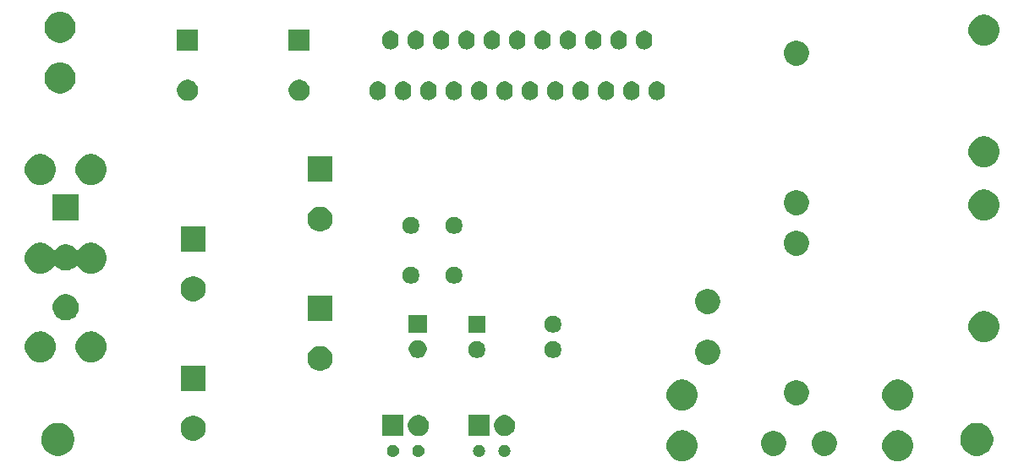
<source format=gbr>
G04 #@! TF.GenerationSoftware,KiCad,Pcbnew,5.1.5+dfsg1-2build2*
G04 #@! TF.CreationDate,2021-11-29T23:12:50+10:30*
G04 #@! TF.ProjectId,tda8954-btl,74646138-3935-4342-9d62-746c2e6b6963,rev?*
G04 #@! TF.SameCoordinates,Original*
G04 #@! TF.FileFunction,Soldermask,Bot*
G04 #@! TF.FilePolarity,Negative*
%FSLAX46Y46*%
G04 Gerber Fmt 4.6, Leading zero omitted, Abs format (unit mm)*
G04 Created by KiCad (PCBNEW 5.1.5+dfsg1-2build2) date 2021-11-29 23:12:50*
%MOMM*%
%LPD*%
G04 APERTURE LIST*
%ADD10C,0.100000*%
G04 APERTURE END LIST*
D10*
G36*
X113336174Y-68105592D02*
G01*
X113552410Y-68148604D01*
X113834674Y-68265521D01*
X114088705Y-68435259D01*
X114304741Y-68651295D01*
X114474479Y-68905326D01*
X114591396Y-69187590D01*
X114651000Y-69487240D01*
X114651000Y-69792760D01*
X114591396Y-70092410D01*
X114474479Y-70374674D01*
X114304741Y-70628705D01*
X114088705Y-70844741D01*
X113834674Y-71014479D01*
X113552410Y-71131396D01*
X113402585Y-71161198D01*
X113252761Y-71191000D01*
X112947239Y-71191000D01*
X112797415Y-71161198D01*
X112647590Y-71131396D01*
X112365326Y-71014479D01*
X112111295Y-70844741D01*
X111895259Y-70628705D01*
X111725521Y-70374674D01*
X111608604Y-70092410D01*
X111549000Y-69792760D01*
X111549000Y-69487240D01*
X111608604Y-69187590D01*
X111725521Y-68905326D01*
X111895259Y-68651295D01*
X112111295Y-68435259D01*
X112365326Y-68265521D01*
X112647590Y-68148604D01*
X112863826Y-68105592D01*
X112947239Y-68089000D01*
X113252761Y-68089000D01*
X113336174Y-68105592D01*
G37*
G36*
X91746174Y-68105592D02*
G01*
X91962410Y-68148604D01*
X92244674Y-68265521D01*
X92498705Y-68435259D01*
X92714741Y-68651295D01*
X92884479Y-68905326D01*
X93001396Y-69187590D01*
X93061000Y-69487240D01*
X93061000Y-69792760D01*
X93001396Y-70092410D01*
X92884479Y-70374674D01*
X92714741Y-70628705D01*
X92498705Y-70844741D01*
X92244674Y-71014479D01*
X91962410Y-71131396D01*
X91812585Y-71161198D01*
X91662761Y-71191000D01*
X91357239Y-71191000D01*
X91207415Y-71161198D01*
X91057590Y-71131396D01*
X90775326Y-71014479D01*
X90521295Y-70844741D01*
X90305259Y-70628705D01*
X90135521Y-70374674D01*
X90018604Y-70092410D01*
X89959000Y-69792760D01*
X89959000Y-69487240D01*
X90018604Y-69187590D01*
X90135521Y-68905326D01*
X90305259Y-68651295D01*
X90521295Y-68435259D01*
X90775326Y-68265521D01*
X91057590Y-68148604D01*
X91273826Y-68105592D01*
X91357239Y-68089000D01*
X91662761Y-68089000D01*
X91746174Y-68105592D01*
G37*
G36*
X65230601Y-69562397D02*
G01*
X65269305Y-69570096D01*
X65301340Y-69583365D01*
X65378680Y-69615400D01*
X65477115Y-69681173D01*
X65560827Y-69764885D01*
X65626600Y-69863320D01*
X65671904Y-69972696D01*
X65695000Y-70088805D01*
X65695000Y-70207195D01*
X65671904Y-70323304D01*
X65626600Y-70432680D01*
X65560827Y-70531115D01*
X65477115Y-70614827D01*
X65378680Y-70680600D01*
X65301340Y-70712635D01*
X65269305Y-70725904D01*
X65230601Y-70733603D01*
X65153195Y-70749000D01*
X65034805Y-70749000D01*
X64957399Y-70733603D01*
X64918695Y-70725904D01*
X64886660Y-70712635D01*
X64809320Y-70680600D01*
X64710885Y-70614827D01*
X64627173Y-70531115D01*
X64561400Y-70432680D01*
X64516096Y-70323304D01*
X64493000Y-70207195D01*
X64493000Y-70088805D01*
X64516096Y-69972696D01*
X64561400Y-69863320D01*
X64627173Y-69764885D01*
X64710885Y-69681173D01*
X64809320Y-69615400D01*
X64886660Y-69583365D01*
X64918695Y-69570096D01*
X64957399Y-69562397D01*
X65034805Y-69547000D01*
X65153195Y-69547000D01*
X65230601Y-69562397D01*
G37*
G36*
X73850601Y-69562397D02*
G01*
X73889305Y-69570096D01*
X73921340Y-69583365D01*
X73998680Y-69615400D01*
X74097115Y-69681173D01*
X74180827Y-69764885D01*
X74246600Y-69863320D01*
X74291904Y-69972696D01*
X74315000Y-70088805D01*
X74315000Y-70207195D01*
X74291904Y-70323304D01*
X74246600Y-70432680D01*
X74180827Y-70531115D01*
X74097115Y-70614827D01*
X73998680Y-70680600D01*
X73921340Y-70712635D01*
X73889305Y-70725904D01*
X73850601Y-70733603D01*
X73773195Y-70749000D01*
X73654805Y-70749000D01*
X73577399Y-70733603D01*
X73538695Y-70725904D01*
X73506660Y-70712635D01*
X73429320Y-70680600D01*
X73330885Y-70614827D01*
X73247173Y-70531115D01*
X73181400Y-70432680D01*
X73136096Y-70323304D01*
X73113000Y-70207195D01*
X73113000Y-70088805D01*
X73136096Y-69972696D01*
X73181400Y-69863320D01*
X73247173Y-69764885D01*
X73330885Y-69681173D01*
X73429320Y-69615400D01*
X73506660Y-69583365D01*
X73538695Y-69570096D01*
X73577399Y-69562397D01*
X73654805Y-69547000D01*
X73773195Y-69547000D01*
X73850601Y-69562397D01*
G37*
G36*
X71310601Y-69562397D02*
G01*
X71349305Y-69570096D01*
X71381340Y-69583365D01*
X71458680Y-69615400D01*
X71557115Y-69681173D01*
X71640827Y-69764885D01*
X71706600Y-69863320D01*
X71751904Y-69972696D01*
X71775000Y-70088805D01*
X71775000Y-70207195D01*
X71751904Y-70323304D01*
X71706600Y-70432680D01*
X71640827Y-70531115D01*
X71557115Y-70614827D01*
X71458680Y-70680600D01*
X71381340Y-70712635D01*
X71349305Y-70725904D01*
X71310601Y-70733603D01*
X71233195Y-70749000D01*
X71114805Y-70749000D01*
X71037399Y-70733603D01*
X70998695Y-70725904D01*
X70966660Y-70712635D01*
X70889320Y-70680600D01*
X70790885Y-70614827D01*
X70707173Y-70531115D01*
X70641400Y-70432680D01*
X70596096Y-70323304D01*
X70573000Y-70207195D01*
X70573000Y-70088805D01*
X70596096Y-69972696D01*
X70641400Y-69863320D01*
X70707173Y-69764885D01*
X70790885Y-69681173D01*
X70889320Y-69615400D01*
X70966660Y-69583365D01*
X70998695Y-69570096D01*
X71037399Y-69562397D01*
X71114805Y-69547000D01*
X71233195Y-69547000D01*
X71310601Y-69562397D01*
G37*
G36*
X62690601Y-69562397D02*
G01*
X62729305Y-69570096D01*
X62761340Y-69583365D01*
X62838680Y-69615400D01*
X62937115Y-69681173D01*
X63020827Y-69764885D01*
X63086600Y-69863320D01*
X63131904Y-69972696D01*
X63155000Y-70088805D01*
X63155000Y-70207195D01*
X63131904Y-70323304D01*
X63086600Y-70432680D01*
X63020827Y-70531115D01*
X62937115Y-70614827D01*
X62838680Y-70680600D01*
X62761340Y-70712635D01*
X62729305Y-70725904D01*
X62690601Y-70733603D01*
X62613195Y-70749000D01*
X62494805Y-70749000D01*
X62417399Y-70733603D01*
X62378695Y-70725904D01*
X62346660Y-70712635D01*
X62269320Y-70680600D01*
X62170885Y-70614827D01*
X62087173Y-70531115D01*
X62021400Y-70432680D01*
X61976096Y-70323304D01*
X61953000Y-70207195D01*
X61953000Y-70088805D01*
X61976096Y-69972696D01*
X62021400Y-69863320D01*
X62087173Y-69764885D01*
X62170885Y-69681173D01*
X62269320Y-69615400D01*
X62346660Y-69583365D01*
X62378695Y-69570096D01*
X62417399Y-69562397D01*
X62494805Y-69547000D01*
X62613195Y-69547000D01*
X62690601Y-69562397D01*
G37*
G36*
X121375256Y-67391298D02*
G01*
X121481579Y-67412447D01*
X121782042Y-67536903D01*
X122052451Y-67717585D01*
X122282415Y-67947549D01*
X122463097Y-68217958D01*
X122553107Y-68435260D01*
X122587553Y-68518422D01*
X122651000Y-68837389D01*
X122651000Y-69162611D01*
X122608702Y-69375256D01*
X122587553Y-69481579D01*
X122463097Y-69782042D01*
X122282415Y-70052451D01*
X122052451Y-70282415D01*
X121782042Y-70463097D01*
X121481579Y-70587553D01*
X121474681Y-70588925D01*
X121162611Y-70651000D01*
X120837389Y-70651000D01*
X120525319Y-70588925D01*
X120518421Y-70587553D01*
X120217958Y-70463097D01*
X119947549Y-70282415D01*
X119717585Y-70052451D01*
X119536903Y-69782042D01*
X119412447Y-69481579D01*
X119391298Y-69375256D01*
X119349000Y-69162611D01*
X119349000Y-68837389D01*
X119412447Y-68518422D01*
X119446894Y-68435260D01*
X119536903Y-68217958D01*
X119717585Y-67947549D01*
X119947549Y-67717585D01*
X120217958Y-67536903D01*
X120518421Y-67412447D01*
X120624744Y-67391298D01*
X120837389Y-67349000D01*
X121162611Y-67349000D01*
X121375256Y-67391298D01*
G37*
G36*
X29375256Y-67391298D02*
G01*
X29481579Y-67412447D01*
X29782042Y-67536903D01*
X30052451Y-67717585D01*
X30282415Y-67947549D01*
X30463097Y-68217958D01*
X30553107Y-68435260D01*
X30587553Y-68518422D01*
X30651000Y-68837389D01*
X30651000Y-69162611D01*
X30608702Y-69375256D01*
X30587553Y-69481579D01*
X30463097Y-69782042D01*
X30282415Y-70052451D01*
X30052451Y-70282415D01*
X29782042Y-70463097D01*
X29481579Y-70587553D01*
X29474681Y-70588925D01*
X29162611Y-70651000D01*
X28837389Y-70651000D01*
X28525319Y-70588925D01*
X28518421Y-70587553D01*
X28217958Y-70463097D01*
X27947549Y-70282415D01*
X27717585Y-70052451D01*
X27536903Y-69782042D01*
X27412447Y-69481579D01*
X27391298Y-69375256D01*
X27349000Y-69162611D01*
X27349000Y-68837389D01*
X27412447Y-68518422D01*
X27446894Y-68435260D01*
X27536903Y-68217958D01*
X27717585Y-67947549D01*
X27947549Y-67717585D01*
X28217958Y-67536903D01*
X28518421Y-67412447D01*
X28624744Y-67391298D01*
X28837389Y-67349000D01*
X29162611Y-67349000D01*
X29375256Y-67391298D01*
G37*
G36*
X106098903Y-68183075D02*
G01*
X106326571Y-68277378D01*
X106531466Y-68414285D01*
X106705715Y-68588534D01*
X106755115Y-68662466D01*
X106842623Y-68793431D01*
X106936925Y-69021097D01*
X106985000Y-69262786D01*
X106985000Y-69509214D01*
X106936925Y-69750903D01*
X106890361Y-69863320D01*
X106842622Y-69978571D01*
X106705715Y-70183466D01*
X106531466Y-70357715D01*
X106326571Y-70494622D01*
X106326570Y-70494623D01*
X106326569Y-70494623D01*
X106098903Y-70588925D01*
X105857214Y-70637000D01*
X105610786Y-70637000D01*
X105369097Y-70588925D01*
X105141431Y-70494623D01*
X105141430Y-70494623D01*
X105141429Y-70494622D01*
X104936534Y-70357715D01*
X104762285Y-70183466D01*
X104625378Y-69978571D01*
X104577640Y-69863320D01*
X104531075Y-69750903D01*
X104483000Y-69509214D01*
X104483000Y-69262786D01*
X104531075Y-69021097D01*
X104625377Y-68793431D01*
X104712885Y-68662466D01*
X104762285Y-68588534D01*
X104936534Y-68414285D01*
X105141429Y-68277378D01*
X105369097Y-68183075D01*
X105610786Y-68135000D01*
X105857214Y-68135000D01*
X106098903Y-68183075D01*
G37*
G36*
X101018903Y-68183075D02*
G01*
X101246571Y-68277378D01*
X101451466Y-68414285D01*
X101625715Y-68588534D01*
X101675115Y-68662466D01*
X101762623Y-68793431D01*
X101856925Y-69021097D01*
X101905000Y-69262786D01*
X101905000Y-69509214D01*
X101856925Y-69750903D01*
X101810361Y-69863320D01*
X101762622Y-69978571D01*
X101625715Y-70183466D01*
X101451466Y-70357715D01*
X101246571Y-70494622D01*
X101246570Y-70494623D01*
X101246569Y-70494623D01*
X101018903Y-70588925D01*
X100777214Y-70637000D01*
X100530786Y-70637000D01*
X100289097Y-70588925D01*
X100061431Y-70494623D01*
X100061430Y-70494623D01*
X100061429Y-70494622D01*
X99856534Y-70357715D01*
X99682285Y-70183466D01*
X99545378Y-69978571D01*
X99497640Y-69863320D01*
X99451075Y-69750903D01*
X99403000Y-69509214D01*
X99403000Y-69262786D01*
X99451075Y-69021097D01*
X99545377Y-68793431D01*
X99632885Y-68662466D01*
X99682285Y-68588534D01*
X99856534Y-68414285D01*
X100061429Y-68277378D01*
X100289097Y-68183075D01*
X100530786Y-68135000D01*
X100777214Y-68135000D01*
X101018903Y-68183075D01*
G37*
G36*
X42909903Y-66662075D02*
G01*
X43137571Y-66756378D01*
X43342466Y-66893285D01*
X43516715Y-67067534D01*
X43653622Y-67272429D01*
X43653623Y-67272431D01*
X43747925Y-67500097D01*
X43796000Y-67741786D01*
X43796000Y-67988214D01*
X43747925Y-68229903D01*
X43667541Y-68423969D01*
X43653622Y-68457571D01*
X43516715Y-68662466D01*
X43342466Y-68836715D01*
X43137571Y-68973622D01*
X43137570Y-68973623D01*
X43137569Y-68973623D01*
X42909903Y-69067925D01*
X42668214Y-69116000D01*
X42421786Y-69116000D01*
X42180097Y-69067925D01*
X41952431Y-68973623D01*
X41952430Y-68973623D01*
X41952429Y-68973622D01*
X41747534Y-68836715D01*
X41573285Y-68662466D01*
X41436378Y-68457571D01*
X41422460Y-68423969D01*
X41342075Y-68229903D01*
X41294000Y-67988214D01*
X41294000Y-67741786D01*
X41342075Y-67500097D01*
X41436377Y-67272431D01*
X41436378Y-67272429D01*
X41573285Y-67067534D01*
X41747534Y-66893285D01*
X41952429Y-66756378D01*
X42180097Y-66662075D01*
X42421786Y-66614000D01*
X42668214Y-66614000D01*
X42909903Y-66662075D01*
G37*
G36*
X63604490Y-68658490D02*
G01*
X61503510Y-68658490D01*
X61503510Y-66557510D01*
X63604490Y-66557510D01*
X63604490Y-68658490D01*
G37*
G36*
X65400416Y-66597879D02*
G01*
X65555398Y-66662075D01*
X65591594Y-66677068D01*
X65763648Y-66792031D01*
X65909969Y-66938352D01*
X66024933Y-67110408D01*
X66104121Y-67301584D01*
X66144490Y-67504534D01*
X66144490Y-67711466D01*
X66104121Y-67914416D01*
X66024933Y-68105592D01*
X66024932Y-68105594D01*
X65909969Y-68277648D01*
X65763648Y-68423969D01*
X65591594Y-68538932D01*
X65591593Y-68538933D01*
X65591592Y-68538933D01*
X65400416Y-68618121D01*
X65197466Y-68658490D01*
X64990534Y-68658490D01*
X64787584Y-68618121D01*
X64596408Y-68538933D01*
X64596407Y-68538933D01*
X64596406Y-68538932D01*
X64424352Y-68423969D01*
X64278031Y-68277648D01*
X64163068Y-68105594D01*
X64163067Y-68105592D01*
X64083879Y-67914416D01*
X64043510Y-67711466D01*
X64043510Y-67504534D01*
X64083879Y-67301584D01*
X64163067Y-67110408D01*
X64278031Y-66938352D01*
X64424352Y-66792031D01*
X64596406Y-66677068D01*
X64632602Y-66662075D01*
X64787584Y-66597879D01*
X64990534Y-66557510D01*
X65197466Y-66557510D01*
X65400416Y-66597879D01*
G37*
G36*
X72224490Y-68658490D02*
G01*
X70123510Y-68658490D01*
X70123510Y-66557510D01*
X72224490Y-66557510D01*
X72224490Y-68658490D01*
G37*
G36*
X74020416Y-66597879D02*
G01*
X74175398Y-66662075D01*
X74211594Y-66677068D01*
X74383648Y-66792031D01*
X74529969Y-66938352D01*
X74644933Y-67110408D01*
X74724121Y-67301584D01*
X74764490Y-67504534D01*
X74764490Y-67711466D01*
X74724121Y-67914416D01*
X74644933Y-68105592D01*
X74644932Y-68105594D01*
X74529969Y-68277648D01*
X74383648Y-68423969D01*
X74211594Y-68538932D01*
X74211593Y-68538933D01*
X74211592Y-68538933D01*
X74020416Y-68618121D01*
X73817466Y-68658490D01*
X73610534Y-68658490D01*
X73407584Y-68618121D01*
X73216408Y-68538933D01*
X73216407Y-68538933D01*
X73216406Y-68538932D01*
X73044352Y-68423969D01*
X72898031Y-68277648D01*
X72783068Y-68105594D01*
X72783067Y-68105592D01*
X72703879Y-67914416D01*
X72663510Y-67711466D01*
X72663510Y-67504534D01*
X72703879Y-67301584D01*
X72783067Y-67110408D01*
X72898031Y-66938352D01*
X73044352Y-66792031D01*
X73216406Y-66677068D01*
X73252602Y-66662075D01*
X73407584Y-66597879D01*
X73610534Y-66557510D01*
X73817466Y-66557510D01*
X74020416Y-66597879D01*
G37*
G36*
X91812585Y-63038802D02*
G01*
X91962410Y-63068604D01*
X92244674Y-63185521D01*
X92498705Y-63355259D01*
X92714741Y-63571295D01*
X92884479Y-63825326D01*
X93001396Y-64107590D01*
X93061000Y-64407240D01*
X93061000Y-64712760D01*
X93001396Y-65012410D01*
X92884479Y-65294674D01*
X92714741Y-65548705D01*
X92498705Y-65764741D01*
X92244674Y-65934479D01*
X91962410Y-66051396D01*
X91812585Y-66081198D01*
X91662761Y-66111000D01*
X91357239Y-66111000D01*
X91207415Y-66081198D01*
X91057590Y-66051396D01*
X90775326Y-65934479D01*
X90521295Y-65764741D01*
X90305259Y-65548705D01*
X90135521Y-65294674D01*
X90018604Y-65012410D01*
X89959000Y-64712760D01*
X89959000Y-64407240D01*
X90018604Y-64107590D01*
X90135521Y-63825326D01*
X90305259Y-63571295D01*
X90521295Y-63355259D01*
X90775326Y-63185521D01*
X91057590Y-63068604D01*
X91207415Y-63038802D01*
X91357239Y-63009000D01*
X91662761Y-63009000D01*
X91812585Y-63038802D01*
G37*
G36*
X113402585Y-63038802D02*
G01*
X113552410Y-63068604D01*
X113834674Y-63185521D01*
X114088705Y-63355259D01*
X114304741Y-63571295D01*
X114474479Y-63825326D01*
X114591396Y-64107590D01*
X114651000Y-64407240D01*
X114651000Y-64712760D01*
X114591396Y-65012410D01*
X114474479Y-65294674D01*
X114304741Y-65548705D01*
X114088705Y-65764741D01*
X113834674Y-65934479D01*
X113552410Y-66051396D01*
X113402585Y-66081198D01*
X113252761Y-66111000D01*
X112947239Y-66111000D01*
X112797415Y-66081198D01*
X112647590Y-66051396D01*
X112365326Y-65934479D01*
X112111295Y-65764741D01*
X111895259Y-65548705D01*
X111725521Y-65294674D01*
X111608604Y-65012410D01*
X111549000Y-64712760D01*
X111549000Y-64407240D01*
X111608604Y-64107590D01*
X111725521Y-63825326D01*
X111895259Y-63571295D01*
X112111295Y-63355259D01*
X112365326Y-63185521D01*
X112647590Y-63068604D01*
X112797415Y-63038802D01*
X112947239Y-63009000D01*
X113252761Y-63009000D01*
X113402585Y-63038802D01*
G37*
G36*
X103304903Y-63117075D02*
G01*
X103532571Y-63211378D01*
X103737466Y-63348285D01*
X103911715Y-63522534D01*
X104048622Y-63727429D01*
X104142925Y-63955097D01*
X104191000Y-64196787D01*
X104191000Y-64443213D01*
X104142925Y-64684903D01*
X104048622Y-64912571D01*
X103911715Y-65117466D01*
X103737466Y-65291715D01*
X103532571Y-65428622D01*
X103532570Y-65428623D01*
X103532569Y-65428623D01*
X103304903Y-65522925D01*
X103063214Y-65571000D01*
X102816786Y-65571000D01*
X102575097Y-65522925D01*
X102347431Y-65428623D01*
X102347430Y-65428623D01*
X102347429Y-65428622D01*
X102142534Y-65291715D01*
X101968285Y-65117466D01*
X101831378Y-64912571D01*
X101737075Y-64684903D01*
X101689000Y-64443213D01*
X101689000Y-64196787D01*
X101737075Y-63955097D01*
X101831378Y-63727429D01*
X101968285Y-63522534D01*
X102142534Y-63348285D01*
X102347429Y-63211378D01*
X102575097Y-63117075D01*
X102816786Y-63069000D01*
X103063214Y-63069000D01*
X103304903Y-63117075D01*
G37*
G36*
X43796000Y-64116000D02*
G01*
X41294000Y-64116000D01*
X41294000Y-61614000D01*
X43796000Y-61614000D01*
X43796000Y-64116000D01*
G37*
G36*
X55609903Y-59677075D02*
G01*
X55761268Y-59739772D01*
X55837571Y-59771378D01*
X56042466Y-59908285D01*
X56216715Y-60082534D01*
X56299755Y-60206812D01*
X56353623Y-60287431D01*
X56447925Y-60515097D01*
X56496000Y-60756786D01*
X56496000Y-61003214D01*
X56447925Y-61244903D01*
X56404135Y-61350623D01*
X56353622Y-61472571D01*
X56216715Y-61677466D01*
X56042466Y-61851715D01*
X55837571Y-61988622D01*
X55837570Y-61988623D01*
X55837569Y-61988623D01*
X55609903Y-62082925D01*
X55368214Y-62131000D01*
X55121786Y-62131000D01*
X54880097Y-62082925D01*
X54652431Y-61988623D01*
X54652430Y-61988623D01*
X54652429Y-61988622D01*
X54447534Y-61851715D01*
X54273285Y-61677466D01*
X54136378Y-61472571D01*
X54085866Y-61350623D01*
X54042075Y-61244903D01*
X53994000Y-61003214D01*
X53994000Y-60756786D01*
X54042075Y-60515097D01*
X54136377Y-60287431D01*
X54190245Y-60206812D01*
X54273285Y-60082534D01*
X54447534Y-59908285D01*
X54652429Y-59771378D01*
X54728733Y-59739772D01*
X54880097Y-59677075D01*
X55121786Y-59629000D01*
X55368214Y-59629000D01*
X55609903Y-59677075D01*
G37*
G36*
X94414903Y-59039075D02*
G01*
X94505205Y-59076479D01*
X94642571Y-59133378D01*
X94847466Y-59270285D01*
X95021715Y-59444534D01*
X95158622Y-59649429D01*
X95158623Y-59649431D01*
X95252925Y-59877097D01*
X95301000Y-60118786D01*
X95301000Y-60365214D01*
X95252925Y-60606903D01*
X95170334Y-60806297D01*
X95158622Y-60834571D01*
X95021715Y-61039466D01*
X94847466Y-61213715D01*
X94642571Y-61350622D01*
X94642570Y-61350623D01*
X94642569Y-61350623D01*
X94414903Y-61444925D01*
X94173214Y-61493000D01*
X93926786Y-61493000D01*
X93685097Y-61444925D01*
X93457431Y-61350623D01*
X93457430Y-61350623D01*
X93457429Y-61350622D01*
X93252534Y-61213715D01*
X93078285Y-61039466D01*
X92941378Y-60834571D01*
X92929667Y-60806297D01*
X92847075Y-60606903D01*
X92799000Y-60365214D01*
X92799000Y-60118786D01*
X92847075Y-59877097D01*
X92941377Y-59649431D01*
X92941378Y-59649429D01*
X93078285Y-59444534D01*
X93252534Y-59270285D01*
X93457429Y-59133378D01*
X93594796Y-59076479D01*
X93685097Y-59039075D01*
X93926786Y-58991000D01*
X94173214Y-58991000D01*
X94414903Y-59039075D01*
G37*
G36*
X32577019Y-58202147D02*
G01*
X32780410Y-58242604D01*
X33062674Y-58359521D01*
X33316705Y-58529259D01*
X33532741Y-58745295D01*
X33702479Y-58999326D01*
X33819396Y-59281590D01*
X33836911Y-59369646D01*
X33879000Y-59581239D01*
X33879000Y-59886761D01*
X33849963Y-60032741D01*
X33819396Y-60186410D01*
X33702479Y-60468674D01*
X33532741Y-60722705D01*
X33316705Y-60938741D01*
X33062674Y-61108479D01*
X32780410Y-61225396D01*
X32630585Y-61255198D01*
X32480761Y-61285000D01*
X32175239Y-61285000D01*
X32025415Y-61255198D01*
X31875590Y-61225396D01*
X31593326Y-61108479D01*
X31339295Y-60938741D01*
X31123259Y-60722705D01*
X30953521Y-60468674D01*
X30836604Y-60186410D01*
X30806037Y-60032741D01*
X30777000Y-59886761D01*
X30777000Y-59581239D01*
X30819089Y-59369646D01*
X30836604Y-59281590D01*
X30953521Y-58999326D01*
X31123259Y-58745295D01*
X31339295Y-58529259D01*
X31593326Y-58359521D01*
X31875590Y-58242604D01*
X32078981Y-58202147D01*
X32175239Y-58183000D01*
X32480761Y-58183000D01*
X32577019Y-58202147D01*
G37*
G36*
X27497019Y-58202147D02*
G01*
X27700410Y-58242604D01*
X27982674Y-58359521D01*
X28236705Y-58529259D01*
X28452741Y-58745295D01*
X28622479Y-58999326D01*
X28739396Y-59281590D01*
X28756911Y-59369646D01*
X28799000Y-59581239D01*
X28799000Y-59886761D01*
X28769963Y-60032741D01*
X28739396Y-60186410D01*
X28622479Y-60468674D01*
X28452741Y-60722705D01*
X28236705Y-60938741D01*
X27982674Y-61108479D01*
X27700410Y-61225396D01*
X27550585Y-61255198D01*
X27400761Y-61285000D01*
X27095239Y-61285000D01*
X26945415Y-61255198D01*
X26795590Y-61225396D01*
X26513326Y-61108479D01*
X26259295Y-60938741D01*
X26043259Y-60722705D01*
X25873521Y-60468674D01*
X25756604Y-60186410D01*
X25726037Y-60032741D01*
X25697000Y-59886761D01*
X25697000Y-59581239D01*
X25739089Y-59369646D01*
X25756604Y-59281590D01*
X25873521Y-58999326D01*
X26043259Y-58745295D01*
X26259295Y-58529259D01*
X26513326Y-58359521D01*
X26795590Y-58242604D01*
X26998981Y-58202147D01*
X27095239Y-58183000D01*
X27400761Y-58183000D01*
X27497019Y-58202147D01*
G37*
G36*
X65137512Y-59047927D02*
G01*
X65286812Y-59077624D01*
X65450784Y-59145544D01*
X65598354Y-59244147D01*
X65723853Y-59369646D01*
X65822456Y-59517216D01*
X65890376Y-59681188D01*
X65925000Y-59855259D01*
X65925000Y-60032741D01*
X65890376Y-60206812D01*
X65822456Y-60370784D01*
X65723853Y-60518354D01*
X65598354Y-60643853D01*
X65450784Y-60742456D01*
X65286812Y-60810376D01*
X65142906Y-60839000D01*
X65112742Y-60845000D01*
X64935258Y-60845000D01*
X64905094Y-60839000D01*
X64761188Y-60810376D01*
X64597216Y-60742456D01*
X64449646Y-60643853D01*
X64324147Y-60518354D01*
X64225544Y-60370784D01*
X64157624Y-60206812D01*
X64123000Y-60032741D01*
X64123000Y-59855259D01*
X64157624Y-59681188D01*
X64225544Y-59517216D01*
X64324147Y-59369646D01*
X64449646Y-59244147D01*
X64597216Y-59145544D01*
X64761188Y-59077624D01*
X64910488Y-59047927D01*
X64935258Y-59043000D01*
X65112742Y-59043000D01*
X65137512Y-59047927D01*
G37*
G36*
X71184228Y-59169703D02*
G01*
X71339100Y-59233853D01*
X71478481Y-59326985D01*
X71597015Y-59445519D01*
X71690147Y-59584900D01*
X71754297Y-59739772D01*
X71787000Y-59904184D01*
X71787000Y-60071816D01*
X71754297Y-60236228D01*
X71690147Y-60391100D01*
X71597015Y-60530481D01*
X71478481Y-60649015D01*
X71339100Y-60742147D01*
X71184228Y-60806297D01*
X71019816Y-60839000D01*
X70852184Y-60839000D01*
X70687772Y-60806297D01*
X70532900Y-60742147D01*
X70393519Y-60649015D01*
X70274985Y-60530481D01*
X70181853Y-60391100D01*
X70117703Y-60236228D01*
X70085000Y-60071816D01*
X70085000Y-59904184D01*
X70117703Y-59739772D01*
X70181853Y-59584900D01*
X70274985Y-59445519D01*
X70393519Y-59326985D01*
X70532900Y-59233853D01*
X70687772Y-59169703D01*
X70852184Y-59137000D01*
X71019816Y-59137000D01*
X71184228Y-59169703D01*
G37*
G36*
X78804228Y-59169703D02*
G01*
X78959100Y-59233853D01*
X79098481Y-59326985D01*
X79217015Y-59445519D01*
X79310147Y-59584900D01*
X79374297Y-59739772D01*
X79407000Y-59904184D01*
X79407000Y-60071816D01*
X79374297Y-60236228D01*
X79310147Y-60391100D01*
X79217015Y-60530481D01*
X79098481Y-60649015D01*
X78959100Y-60742147D01*
X78804228Y-60806297D01*
X78639816Y-60839000D01*
X78472184Y-60839000D01*
X78307772Y-60806297D01*
X78152900Y-60742147D01*
X78013519Y-60649015D01*
X77894985Y-60530481D01*
X77801853Y-60391100D01*
X77737703Y-60236228D01*
X77705000Y-60071816D01*
X77705000Y-59904184D01*
X77737703Y-59739772D01*
X77801853Y-59584900D01*
X77894985Y-59445519D01*
X78013519Y-59326985D01*
X78152900Y-59233853D01*
X78307772Y-59169703D01*
X78472184Y-59137000D01*
X78639816Y-59137000D01*
X78804228Y-59169703D01*
G37*
G36*
X122038585Y-56180802D02*
G01*
X122188410Y-56210604D01*
X122470674Y-56327521D01*
X122724705Y-56497259D01*
X122940741Y-56713295D01*
X123110479Y-56967326D01*
X123227396Y-57249590D01*
X123287000Y-57549240D01*
X123287000Y-57854760D01*
X123227396Y-58154410D01*
X123110479Y-58436674D01*
X122940741Y-58690705D01*
X122724705Y-58906741D01*
X122470674Y-59076479D01*
X122188410Y-59193396D01*
X122038585Y-59223198D01*
X121888761Y-59253000D01*
X121583239Y-59253000D01*
X121433415Y-59223198D01*
X121283590Y-59193396D01*
X121001326Y-59076479D01*
X120747295Y-58906741D01*
X120531259Y-58690705D01*
X120361521Y-58436674D01*
X120244604Y-58154410D01*
X120185000Y-57854760D01*
X120185000Y-57549240D01*
X120244604Y-57249590D01*
X120361521Y-56967326D01*
X120531259Y-56713295D01*
X120747295Y-56497259D01*
X121001326Y-56327521D01*
X121283590Y-56210604D01*
X121433415Y-56180802D01*
X121583239Y-56151000D01*
X121888761Y-56151000D01*
X122038585Y-56180802D01*
G37*
G36*
X65925000Y-58305000D02*
G01*
X64123000Y-58305000D01*
X64123000Y-56503000D01*
X65925000Y-56503000D01*
X65925000Y-58305000D01*
G37*
G36*
X78804228Y-56629703D02*
G01*
X78959100Y-56693853D01*
X79098481Y-56786985D01*
X79217015Y-56905519D01*
X79310147Y-57044900D01*
X79374297Y-57199772D01*
X79407000Y-57364184D01*
X79407000Y-57531816D01*
X79374297Y-57696228D01*
X79310147Y-57851100D01*
X79217015Y-57990481D01*
X79098481Y-58109015D01*
X78959100Y-58202147D01*
X78804228Y-58266297D01*
X78639816Y-58299000D01*
X78472184Y-58299000D01*
X78307772Y-58266297D01*
X78152900Y-58202147D01*
X78013519Y-58109015D01*
X77894985Y-57990481D01*
X77801853Y-57851100D01*
X77737703Y-57696228D01*
X77705000Y-57531816D01*
X77705000Y-57364184D01*
X77737703Y-57199772D01*
X77801853Y-57044900D01*
X77894985Y-56905519D01*
X78013519Y-56786985D01*
X78152900Y-56693853D01*
X78307772Y-56629703D01*
X78472184Y-56597000D01*
X78639816Y-56597000D01*
X78804228Y-56629703D01*
G37*
G36*
X71787000Y-58299000D02*
G01*
X70085000Y-58299000D01*
X70085000Y-56597000D01*
X71787000Y-56597000D01*
X71787000Y-58299000D01*
G37*
G36*
X56496000Y-57131000D02*
G01*
X53994000Y-57131000D01*
X53994000Y-54629000D01*
X56496000Y-54629000D01*
X56496000Y-57131000D01*
G37*
G36*
X30167487Y-54512996D02*
G01*
X30404253Y-54611068D01*
X30404255Y-54611069D01*
X30526071Y-54692464D01*
X30617339Y-54753447D01*
X30798553Y-54934661D01*
X30940932Y-55147747D01*
X31039004Y-55384513D01*
X31089000Y-55635861D01*
X31089000Y-55892139D01*
X31039004Y-56143487D01*
X30986342Y-56270623D01*
X30940931Y-56380255D01*
X30798553Y-56593339D01*
X30617339Y-56774553D01*
X30404255Y-56916931D01*
X30404254Y-56916932D01*
X30404253Y-56916932D01*
X30167487Y-57015004D01*
X29916139Y-57065000D01*
X29659861Y-57065000D01*
X29408513Y-57015004D01*
X29171747Y-56916932D01*
X29171746Y-56916932D01*
X29171745Y-56916931D01*
X28958661Y-56774553D01*
X28777447Y-56593339D01*
X28635069Y-56380255D01*
X28589658Y-56270623D01*
X28536996Y-56143487D01*
X28487000Y-55892139D01*
X28487000Y-55635861D01*
X28536996Y-55384513D01*
X28635068Y-55147747D01*
X28777447Y-54934661D01*
X28958661Y-54753447D01*
X29049929Y-54692464D01*
X29171745Y-54611069D01*
X29171747Y-54611068D01*
X29408513Y-54512996D01*
X29659861Y-54463000D01*
X29916139Y-54463000D01*
X30167487Y-54512996D01*
G37*
G36*
X94414903Y-53959075D02*
G01*
X94557678Y-54018214D01*
X94642571Y-54053378D01*
X94847466Y-54190285D01*
X95021715Y-54364534D01*
X95120915Y-54512997D01*
X95158623Y-54569431D01*
X95252925Y-54797097D01*
X95294006Y-55003623D01*
X95301000Y-55038787D01*
X95301000Y-55285213D01*
X95252925Y-55526903D01*
X95158622Y-55754571D01*
X95021715Y-55959466D01*
X94847466Y-56133715D01*
X94642571Y-56270622D01*
X94642570Y-56270623D01*
X94642569Y-56270623D01*
X94414903Y-56364925D01*
X94173214Y-56413000D01*
X93926786Y-56413000D01*
X93685097Y-56364925D01*
X93457431Y-56270623D01*
X93457430Y-56270623D01*
X93457429Y-56270622D01*
X93252534Y-56133715D01*
X93078285Y-55959466D01*
X92941378Y-55754571D01*
X92847075Y-55526903D01*
X92799000Y-55285213D01*
X92799000Y-55038787D01*
X92805995Y-55003623D01*
X92847075Y-54797097D01*
X92941377Y-54569431D01*
X92979085Y-54512997D01*
X93078285Y-54364534D01*
X93252534Y-54190285D01*
X93457429Y-54053378D01*
X93542323Y-54018214D01*
X93685097Y-53959075D01*
X93926786Y-53911000D01*
X94173214Y-53911000D01*
X94414903Y-53959075D01*
G37*
G36*
X42909903Y-52692075D02*
G01*
X43137571Y-52786378D01*
X43342466Y-52923285D01*
X43516715Y-53097534D01*
X43516716Y-53097536D01*
X43653623Y-53302431D01*
X43747925Y-53530097D01*
X43796000Y-53771786D01*
X43796000Y-54018214D01*
X43789005Y-54053378D01*
X43747925Y-54259903D01*
X43653622Y-54487571D01*
X43516715Y-54692466D01*
X43342466Y-54866715D01*
X43137571Y-55003622D01*
X43137570Y-55003623D01*
X43137569Y-55003623D01*
X42909903Y-55097925D01*
X42668214Y-55146000D01*
X42421786Y-55146000D01*
X42180097Y-55097925D01*
X41952431Y-55003623D01*
X41952430Y-55003623D01*
X41952429Y-55003622D01*
X41747534Y-54866715D01*
X41573285Y-54692466D01*
X41436378Y-54487571D01*
X41342075Y-54259903D01*
X41300995Y-54053378D01*
X41294000Y-54018214D01*
X41294000Y-53771786D01*
X41342075Y-53530097D01*
X41436377Y-53302431D01*
X41573284Y-53097536D01*
X41573285Y-53097534D01*
X41747534Y-52923285D01*
X41952429Y-52786378D01*
X42180097Y-52692075D01*
X42421786Y-52644000D01*
X42668214Y-52644000D01*
X42909903Y-52692075D01*
G37*
G36*
X64580228Y-51723703D02*
G01*
X64735100Y-51787853D01*
X64874481Y-51880985D01*
X64993015Y-51999519D01*
X65086147Y-52138900D01*
X65150297Y-52293772D01*
X65183000Y-52458184D01*
X65183000Y-52625816D01*
X65150297Y-52790228D01*
X65086147Y-52945100D01*
X64993015Y-53084481D01*
X64874481Y-53203015D01*
X64735100Y-53296147D01*
X64580228Y-53360297D01*
X64415816Y-53393000D01*
X64248184Y-53393000D01*
X64083772Y-53360297D01*
X63928900Y-53296147D01*
X63789519Y-53203015D01*
X63670985Y-53084481D01*
X63577853Y-52945100D01*
X63513703Y-52790228D01*
X63481000Y-52625816D01*
X63481000Y-52458184D01*
X63513703Y-52293772D01*
X63577853Y-52138900D01*
X63670985Y-51999519D01*
X63789519Y-51880985D01*
X63928900Y-51787853D01*
X64083772Y-51723703D01*
X64248184Y-51691000D01*
X64415816Y-51691000D01*
X64580228Y-51723703D01*
G37*
G36*
X68898228Y-51723703D02*
G01*
X69053100Y-51787853D01*
X69192481Y-51880985D01*
X69311015Y-51999519D01*
X69404147Y-52138900D01*
X69468297Y-52293772D01*
X69501000Y-52458184D01*
X69501000Y-52625816D01*
X69468297Y-52790228D01*
X69404147Y-52945100D01*
X69311015Y-53084481D01*
X69192481Y-53203015D01*
X69053100Y-53296147D01*
X68898228Y-53360297D01*
X68733816Y-53393000D01*
X68566184Y-53393000D01*
X68401772Y-53360297D01*
X68246900Y-53296147D01*
X68107519Y-53203015D01*
X67988985Y-53084481D01*
X67895853Y-52945100D01*
X67831703Y-52790228D01*
X67799000Y-52625816D01*
X67799000Y-52458184D01*
X67831703Y-52293772D01*
X67895853Y-52138900D01*
X67988985Y-51999519D01*
X68107519Y-51880985D01*
X68246900Y-51787853D01*
X68401772Y-51723703D01*
X68566184Y-51691000D01*
X68733816Y-51691000D01*
X68898228Y-51723703D01*
G37*
G36*
X27550585Y-49322802D02*
G01*
X27700410Y-49352604D01*
X27982674Y-49469521D01*
X28236705Y-49639259D01*
X28452741Y-49855295D01*
X28537682Y-49982419D01*
X28553222Y-50001353D01*
X28572163Y-50016898D01*
X28593774Y-50028449D01*
X28617223Y-50035562D01*
X28641609Y-50037964D01*
X28665995Y-50035562D01*
X28689444Y-50028449D01*
X28711055Y-50016898D01*
X28729997Y-50001352D01*
X28745542Y-49982410D01*
X28777445Y-49934663D01*
X28958661Y-49753447D01*
X29171745Y-49611069D01*
X29171747Y-49611068D01*
X29408513Y-49512996D01*
X29659861Y-49463000D01*
X29916139Y-49463000D01*
X30167487Y-49512996D01*
X30404253Y-49611068D01*
X30404255Y-49611069D01*
X30617339Y-49753447D01*
X30798555Y-49934663D01*
X30830458Y-49982410D01*
X30846003Y-50001352D01*
X30864944Y-50016897D01*
X30886555Y-50028449D01*
X30910004Y-50035562D01*
X30934390Y-50037964D01*
X30958776Y-50035562D01*
X30982225Y-50028449D01*
X31003836Y-50016898D01*
X31022778Y-50001353D01*
X31038318Y-49982419D01*
X31123259Y-49855295D01*
X31339295Y-49639259D01*
X31593326Y-49469521D01*
X31875590Y-49352604D01*
X32025415Y-49322802D01*
X32175239Y-49293000D01*
X32480761Y-49293000D01*
X32630585Y-49322802D01*
X32780410Y-49352604D01*
X33062674Y-49469521D01*
X33316705Y-49639259D01*
X33532741Y-49855295D01*
X33702479Y-50109326D01*
X33819396Y-50391590D01*
X33879000Y-50691240D01*
X33879000Y-50996760D01*
X33819396Y-51296410D01*
X33702479Y-51578674D01*
X33532741Y-51832705D01*
X33316705Y-52048741D01*
X33062674Y-52218479D01*
X32780410Y-52335396D01*
X32630585Y-52365198D01*
X32480761Y-52395000D01*
X32175239Y-52395000D01*
X32025415Y-52365198D01*
X31875590Y-52335396D01*
X31593326Y-52218479D01*
X31339295Y-52048741D01*
X31123259Y-51832705D01*
X30981940Y-51621206D01*
X30966398Y-51602269D01*
X30947456Y-51586724D01*
X30925846Y-51575173D01*
X30902397Y-51568060D01*
X30878011Y-51565658D01*
X30853625Y-51568060D01*
X30830176Y-51575173D01*
X30808565Y-51586724D01*
X30789623Y-51602269D01*
X30617339Y-51774553D01*
X30404255Y-51916931D01*
X30404254Y-51916932D01*
X30404253Y-51916932D01*
X30167487Y-52015004D01*
X29916139Y-52065000D01*
X29659861Y-52065000D01*
X29408513Y-52015004D01*
X29171747Y-51916932D01*
X29171746Y-51916932D01*
X29171745Y-51916931D01*
X28958661Y-51774553D01*
X28786377Y-51602269D01*
X28767435Y-51586724D01*
X28745824Y-51575173D01*
X28722375Y-51568060D01*
X28697989Y-51565658D01*
X28673603Y-51568060D01*
X28650154Y-51575173D01*
X28628543Y-51586724D01*
X28609601Y-51602269D01*
X28594060Y-51621206D01*
X28452741Y-51832705D01*
X28236705Y-52048741D01*
X27982674Y-52218479D01*
X27700410Y-52335396D01*
X27550585Y-52365198D01*
X27400761Y-52395000D01*
X27095239Y-52395000D01*
X26945415Y-52365198D01*
X26795590Y-52335396D01*
X26513326Y-52218479D01*
X26259295Y-52048741D01*
X26043259Y-51832705D01*
X25873521Y-51578674D01*
X25756604Y-51296410D01*
X25697000Y-50996760D01*
X25697000Y-50691240D01*
X25756604Y-50391590D01*
X25873521Y-50109326D01*
X26043259Y-49855295D01*
X26259295Y-49639259D01*
X26513326Y-49469521D01*
X26795590Y-49352604D01*
X26945415Y-49322802D01*
X27095239Y-49293000D01*
X27400761Y-49293000D01*
X27550585Y-49322802D01*
G37*
G36*
X103304903Y-48117075D02*
G01*
X103532571Y-48211378D01*
X103737466Y-48348285D01*
X103911715Y-48522534D01*
X103911716Y-48522536D01*
X104048623Y-48727431D01*
X104142925Y-48955097D01*
X104191000Y-49196786D01*
X104191000Y-49443214D01*
X104142925Y-49684903D01*
X104072347Y-49855295D01*
X104048622Y-49912571D01*
X103911715Y-50117466D01*
X103737466Y-50291715D01*
X103532571Y-50428622D01*
X103532570Y-50428623D01*
X103532569Y-50428623D01*
X103304903Y-50522925D01*
X103063214Y-50571000D01*
X102816786Y-50571000D01*
X102575097Y-50522925D01*
X102347431Y-50428623D01*
X102347430Y-50428623D01*
X102347429Y-50428622D01*
X102142534Y-50291715D01*
X101968285Y-50117466D01*
X101831378Y-49912571D01*
X101807654Y-49855295D01*
X101737075Y-49684903D01*
X101689000Y-49443214D01*
X101689000Y-49196786D01*
X101737075Y-48955097D01*
X101831377Y-48727431D01*
X101968284Y-48522536D01*
X101968285Y-48522534D01*
X102142534Y-48348285D01*
X102347429Y-48211378D01*
X102575097Y-48117075D01*
X102816786Y-48069000D01*
X103063214Y-48069000D01*
X103304903Y-48117075D01*
G37*
G36*
X43796000Y-50146000D02*
G01*
X41294000Y-50146000D01*
X41294000Y-47644000D01*
X43796000Y-47644000D01*
X43796000Y-50146000D01*
G37*
G36*
X64580228Y-46723703D02*
G01*
X64735100Y-46787853D01*
X64874481Y-46880985D01*
X64993015Y-46999519D01*
X65086147Y-47138900D01*
X65150297Y-47293772D01*
X65183000Y-47458184D01*
X65183000Y-47625816D01*
X65150297Y-47790228D01*
X65086147Y-47945100D01*
X64993015Y-48084481D01*
X64874481Y-48203015D01*
X64735100Y-48296147D01*
X64580228Y-48360297D01*
X64415816Y-48393000D01*
X64248184Y-48393000D01*
X64083772Y-48360297D01*
X63928900Y-48296147D01*
X63789519Y-48203015D01*
X63670985Y-48084481D01*
X63577853Y-47945100D01*
X63513703Y-47790228D01*
X63481000Y-47625816D01*
X63481000Y-47458184D01*
X63513703Y-47293772D01*
X63577853Y-47138900D01*
X63670985Y-46999519D01*
X63789519Y-46880985D01*
X63928900Y-46787853D01*
X64083772Y-46723703D01*
X64248184Y-46691000D01*
X64415816Y-46691000D01*
X64580228Y-46723703D01*
G37*
G36*
X68898228Y-46723703D02*
G01*
X69053100Y-46787853D01*
X69192481Y-46880985D01*
X69311015Y-46999519D01*
X69404147Y-47138900D01*
X69468297Y-47293772D01*
X69501000Y-47458184D01*
X69501000Y-47625816D01*
X69468297Y-47790228D01*
X69404147Y-47945100D01*
X69311015Y-48084481D01*
X69192481Y-48203015D01*
X69053100Y-48296147D01*
X68898228Y-48360297D01*
X68733816Y-48393000D01*
X68566184Y-48393000D01*
X68401772Y-48360297D01*
X68246900Y-48296147D01*
X68107519Y-48203015D01*
X67988985Y-48084481D01*
X67895853Y-47945100D01*
X67831703Y-47790228D01*
X67799000Y-47625816D01*
X67799000Y-47458184D01*
X67831703Y-47293772D01*
X67895853Y-47138900D01*
X67988985Y-46999519D01*
X68107519Y-46880985D01*
X68246900Y-46787853D01*
X68401772Y-46723703D01*
X68566184Y-46691000D01*
X68733816Y-46691000D01*
X68898228Y-46723703D01*
G37*
G36*
X55609903Y-45707075D02*
G01*
X55837571Y-45801378D01*
X56042466Y-45938285D01*
X56216715Y-46112534D01*
X56353622Y-46317429D01*
X56447925Y-46545097D01*
X56496000Y-46786787D01*
X56496000Y-47033213D01*
X56447925Y-47274903D01*
X56353622Y-47502571D01*
X56216715Y-47707466D01*
X56042466Y-47881715D01*
X55837571Y-48018622D01*
X55837570Y-48018623D01*
X55837569Y-48018623D01*
X55609903Y-48112925D01*
X55368214Y-48161000D01*
X55121786Y-48161000D01*
X54880097Y-48112925D01*
X54652431Y-48018623D01*
X54652430Y-48018623D01*
X54652429Y-48018622D01*
X54447534Y-47881715D01*
X54273285Y-47707466D01*
X54136378Y-47502571D01*
X54042075Y-47274903D01*
X53994000Y-47033213D01*
X53994000Y-46786787D01*
X54042075Y-46545097D01*
X54136378Y-46317429D01*
X54273285Y-46112534D01*
X54447534Y-45938285D01*
X54652429Y-45801378D01*
X54880097Y-45707075D01*
X55121786Y-45659000D01*
X55368214Y-45659000D01*
X55609903Y-45707075D01*
G37*
G36*
X31089000Y-47065000D02*
G01*
X28487000Y-47065000D01*
X28487000Y-44463000D01*
X31089000Y-44463000D01*
X31089000Y-47065000D01*
G37*
G36*
X122038585Y-43988802D02*
G01*
X122188410Y-44018604D01*
X122470674Y-44135521D01*
X122724705Y-44305259D01*
X122940741Y-44521295D01*
X123110479Y-44775326D01*
X123227396Y-45057590D01*
X123287000Y-45357240D01*
X123287000Y-45662760D01*
X123227396Y-45962410D01*
X123110479Y-46244674D01*
X122940741Y-46498705D01*
X122724705Y-46714741D01*
X122470674Y-46884479D01*
X122188410Y-47001396D01*
X122038585Y-47031198D01*
X121888761Y-47061000D01*
X121583239Y-47061000D01*
X121433415Y-47031198D01*
X121283590Y-47001396D01*
X121001326Y-46884479D01*
X120747295Y-46714741D01*
X120531259Y-46498705D01*
X120361521Y-46244674D01*
X120244604Y-45962410D01*
X120185000Y-45662760D01*
X120185000Y-45357240D01*
X120244604Y-45057590D01*
X120361521Y-44775326D01*
X120531259Y-44521295D01*
X120747295Y-44305259D01*
X121001326Y-44135521D01*
X121283590Y-44018604D01*
X121433415Y-43988802D01*
X121583239Y-43959000D01*
X121888761Y-43959000D01*
X122038585Y-43988802D01*
G37*
G36*
X103304903Y-44067075D02*
G01*
X103532571Y-44161378D01*
X103737466Y-44298285D01*
X103911715Y-44472534D01*
X104048622Y-44677429D01*
X104142925Y-44905097D01*
X104191000Y-45146787D01*
X104191000Y-45393213D01*
X104142925Y-45634903D01*
X104048622Y-45862571D01*
X103911715Y-46067466D01*
X103737466Y-46241715D01*
X103532571Y-46378622D01*
X103532570Y-46378623D01*
X103532569Y-46378623D01*
X103304903Y-46472925D01*
X103063214Y-46521000D01*
X102816786Y-46521000D01*
X102575097Y-46472925D01*
X102347431Y-46378623D01*
X102347430Y-46378623D01*
X102347429Y-46378622D01*
X102142534Y-46241715D01*
X101968285Y-46067466D01*
X101831378Y-45862571D01*
X101737075Y-45634903D01*
X101689000Y-45393213D01*
X101689000Y-45146787D01*
X101737075Y-44905097D01*
X101831378Y-44677429D01*
X101968285Y-44472534D01*
X102142534Y-44298285D01*
X102347429Y-44161378D01*
X102575097Y-44067075D01*
X102816786Y-44019000D01*
X103063214Y-44019000D01*
X103304903Y-44067075D01*
G37*
G36*
X32630585Y-40432802D02*
G01*
X32780410Y-40462604D01*
X33062674Y-40579521D01*
X33316705Y-40749259D01*
X33532741Y-40965295D01*
X33702479Y-41219326D01*
X33819396Y-41501590D01*
X33879000Y-41801240D01*
X33879000Y-42106760D01*
X33819396Y-42406410D01*
X33702479Y-42688674D01*
X33532741Y-42942705D01*
X33316705Y-43158741D01*
X33062674Y-43328479D01*
X32780410Y-43445396D01*
X32630585Y-43475198D01*
X32480761Y-43505000D01*
X32175239Y-43505000D01*
X32025415Y-43475198D01*
X31875590Y-43445396D01*
X31593326Y-43328479D01*
X31339295Y-43158741D01*
X31123259Y-42942705D01*
X30953521Y-42688674D01*
X30836604Y-42406410D01*
X30777000Y-42106760D01*
X30777000Y-41801240D01*
X30836604Y-41501590D01*
X30953521Y-41219326D01*
X31123259Y-40965295D01*
X31339295Y-40749259D01*
X31593326Y-40579521D01*
X31875590Y-40462604D01*
X32025415Y-40432802D01*
X32175239Y-40403000D01*
X32480761Y-40403000D01*
X32630585Y-40432802D01*
G37*
G36*
X27550585Y-40432802D02*
G01*
X27700410Y-40462604D01*
X27982674Y-40579521D01*
X28236705Y-40749259D01*
X28452741Y-40965295D01*
X28622479Y-41219326D01*
X28739396Y-41501590D01*
X28799000Y-41801240D01*
X28799000Y-42106760D01*
X28739396Y-42406410D01*
X28622479Y-42688674D01*
X28452741Y-42942705D01*
X28236705Y-43158741D01*
X27982674Y-43328479D01*
X27700410Y-43445396D01*
X27550585Y-43475198D01*
X27400761Y-43505000D01*
X27095239Y-43505000D01*
X26945415Y-43475198D01*
X26795590Y-43445396D01*
X26513326Y-43328479D01*
X26259295Y-43158741D01*
X26043259Y-42942705D01*
X25873521Y-42688674D01*
X25756604Y-42406410D01*
X25697000Y-42106760D01*
X25697000Y-41801240D01*
X25756604Y-41501590D01*
X25873521Y-41219326D01*
X26043259Y-40965295D01*
X26259295Y-40749259D01*
X26513326Y-40579521D01*
X26795590Y-40462604D01*
X26945415Y-40432802D01*
X27095239Y-40403000D01*
X27400761Y-40403000D01*
X27550585Y-40432802D01*
G37*
G36*
X56496000Y-43161000D02*
G01*
X53994000Y-43161000D01*
X53994000Y-40659000D01*
X56496000Y-40659000D01*
X56496000Y-43161000D01*
G37*
G36*
X122038585Y-38654802D02*
G01*
X122188410Y-38684604D01*
X122470674Y-38801521D01*
X122724705Y-38971259D01*
X122940741Y-39187295D01*
X123110479Y-39441326D01*
X123227396Y-39723590D01*
X123287000Y-40023240D01*
X123287000Y-40328760D01*
X123227396Y-40628410D01*
X123110479Y-40910674D01*
X122940741Y-41164705D01*
X122724705Y-41380741D01*
X122470674Y-41550479D01*
X122188410Y-41667396D01*
X122038585Y-41697198D01*
X121888761Y-41727000D01*
X121583239Y-41727000D01*
X121433415Y-41697198D01*
X121283590Y-41667396D01*
X121001326Y-41550479D01*
X120747295Y-41380741D01*
X120531259Y-41164705D01*
X120361521Y-40910674D01*
X120244604Y-40628410D01*
X120185000Y-40328760D01*
X120185000Y-40023240D01*
X120244604Y-39723590D01*
X120361521Y-39441326D01*
X120531259Y-39187295D01*
X120747295Y-38971259D01*
X121001326Y-38801521D01*
X121283590Y-38684604D01*
X121433415Y-38654802D01*
X121583239Y-38625000D01*
X121888761Y-38625000D01*
X122038585Y-38654802D01*
G37*
G36*
X53462564Y-32989389D02*
G01*
X53653833Y-33068615D01*
X53653835Y-33068616D01*
X53825973Y-33183635D01*
X53972365Y-33330027D01*
X54086388Y-33500674D01*
X54087385Y-33502167D01*
X54166611Y-33693436D01*
X54207000Y-33896484D01*
X54207000Y-34103516D01*
X54166611Y-34306564D01*
X54149852Y-34347023D01*
X54087384Y-34497835D01*
X53972365Y-34669973D01*
X53825973Y-34816365D01*
X53653835Y-34931384D01*
X53653834Y-34931385D01*
X53653833Y-34931385D01*
X53462564Y-35010611D01*
X53259516Y-35051000D01*
X53052484Y-35051000D01*
X52849436Y-35010611D01*
X52658167Y-34931385D01*
X52658166Y-34931385D01*
X52658165Y-34931384D01*
X52486027Y-34816365D01*
X52339635Y-34669973D01*
X52224616Y-34497835D01*
X52162148Y-34347023D01*
X52145389Y-34306564D01*
X52105000Y-34103516D01*
X52105000Y-33896484D01*
X52145389Y-33693436D01*
X52224615Y-33502167D01*
X52225613Y-33500674D01*
X52339635Y-33330027D01*
X52486027Y-33183635D01*
X52658165Y-33068616D01*
X52658167Y-33068615D01*
X52849436Y-32989389D01*
X53052484Y-32949000D01*
X53259516Y-32949000D01*
X53462564Y-32989389D01*
G37*
G36*
X42286564Y-32989389D02*
G01*
X42477833Y-33068615D01*
X42477835Y-33068616D01*
X42649973Y-33183635D01*
X42796365Y-33330027D01*
X42910388Y-33500674D01*
X42911385Y-33502167D01*
X42990611Y-33693436D01*
X43031000Y-33896484D01*
X43031000Y-34103516D01*
X42990611Y-34306564D01*
X42973852Y-34347023D01*
X42911384Y-34497835D01*
X42796365Y-34669973D01*
X42649973Y-34816365D01*
X42477835Y-34931384D01*
X42477834Y-34931385D01*
X42477833Y-34931385D01*
X42286564Y-35010611D01*
X42083516Y-35051000D01*
X41876484Y-35051000D01*
X41673436Y-35010611D01*
X41482167Y-34931385D01*
X41482166Y-34931385D01*
X41482165Y-34931384D01*
X41310027Y-34816365D01*
X41163635Y-34669973D01*
X41048616Y-34497835D01*
X40986148Y-34347023D01*
X40969389Y-34306564D01*
X40929000Y-34103516D01*
X40929000Y-33896484D01*
X40969389Y-33693436D01*
X41048615Y-33502167D01*
X41049613Y-33500674D01*
X41163635Y-33330027D01*
X41310027Y-33183635D01*
X41482165Y-33068616D01*
X41482167Y-33068615D01*
X41673436Y-32989389D01*
X41876484Y-32949000D01*
X42083516Y-32949000D01*
X42286564Y-32989389D01*
G37*
G36*
X61187022Y-33100590D02*
G01*
X61287681Y-33131125D01*
X61338012Y-33146392D01*
X61407688Y-33183635D01*
X61477164Y-33220771D01*
X61599133Y-33320867D01*
X61606650Y-33330027D01*
X61699229Y-33442835D01*
X61773608Y-33581987D01*
X61788875Y-33632318D01*
X61819410Y-33732977D01*
X61831000Y-33850655D01*
X61831000Y-34229344D01*
X61819410Y-34347022D01*
X61788875Y-34447682D01*
X61773608Y-34498013D01*
X61699229Y-34637165D01*
X61599133Y-34759133D01*
X61477165Y-34859229D01*
X61338013Y-34933608D01*
X61287682Y-34948875D01*
X61187023Y-34979410D01*
X61030000Y-34994875D01*
X60872978Y-34979410D01*
X60772319Y-34948875D01*
X60721988Y-34933608D01*
X60582836Y-34859229D01*
X60460867Y-34759133D01*
X60360771Y-34637165D01*
X60286392Y-34498013D01*
X60271125Y-34447682D01*
X60240590Y-34347023D01*
X60229000Y-34229345D01*
X60229000Y-33850656D01*
X60240590Y-33732978D01*
X60286392Y-33581989D01*
X60286392Y-33581988D01*
X60360771Y-33442836D01*
X60360772Y-33442835D01*
X60460867Y-33320867D01*
X60582835Y-33220771D01*
X60652311Y-33183635D01*
X60721987Y-33146392D01*
X60772318Y-33131125D01*
X60872977Y-33100590D01*
X61030000Y-33085125D01*
X61187022Y-33100590D01*
G37*
G36*
X63727022Y-33100590D02*
G01*
X63827681Y-33131125D01*
X63878012Y-33146392D01*
X63947688Y-33183635D01*
X64017164Y-33220771D01*
X64139133Y-33320867D01*
X64146650Y-33330027D01*
X64239229Y-33442835D01*
X64313608Y-33581987D01*
X64328875Y-33632318D01*
X64359410Y-33732977D01*
X64371000Y-33850655D01*
X64371000Y-34229344D01*
X64359410Y-34347022D01*
X64328875Y-34447682D01*
X64313608Y-34498013D01*
X64239229Y-34637165D01*
X64139133Y-34759133D01*
X64017165Y-34859229D01*
X63878013Y-34933608D01*
X63827682Y-34948875D01*
X63727023Y-34979410D01*
X63570000Y-34994875D01*
X63412978Y-34979410D01*
X63312319Y-34948875D01*
X63261988Y-34933608D01*
X63122836Y-34859229D01*
X63000867Y-34759133D01*
X62900771Y-34637165D01*
X62826392Y-34498013D01*
X62811125Y-34447682D01*
X62780590Y-34347023D01*
X62769000Y-34229345D01*
X62769000Y-33850656D01*
X62780590Y-33732978D01*
X62826392Y-33581989D01*
X62826392Y-33581988D01*
X62900771Y-33442836D01*
X62900772Y-33442835D01*
X63000867Y-33320867D01*
X63122835Y-33220771D01*
X63192311Y-33183635D01*
X63261987Y-33146392D01*
X63312318Y-33131125D01*
X63412977Y-33100590D01*
X63570000Y-33085125D01*
X63727022Y-33100590D01*
G37*
G36*
X66267022Y-33100590D02*
G01*
X66367681Y-33131125D01*
X66418012Y-33146392D01*
X66487688Y-33183635D01*
X66557164Y-33220771D01*
X66679133Y-33320867D01*
X66686650Y-33330027D01*
X66779229Y-33442835D01*
X66853608Y-33581987D01*
X66868875Y-33632318D01*
X66899410Y-33732977D01*
X66911000Y-33850655D01*
X66911000Y-34229344D01*
X66899410Y-34347022D01*
X66868875Y-34447682D01*
X66853608Y-34498013D01*
X66779229Y-34637165D01*
X66679133Y-34759133D01*
X66557165Y-34859229D01*
X66418013Y-34933608D01*
X66367682Y-34948875D01*
X66267023Y-34979410D01*
X66110000Y-34994875D01*
X65952978Y-34979410D01*
X65852319Y-34948875D01*
X65801988Y-34933608D01*
X65662836Y-34859229D01*
X65540867Y-34759133D01*
X65440771Y-34637165D01*
X65366392Y-34498013D01*
X65351125Y-34447682D01*
X65320590Y-34347023D01*
X65309000Y-34229345D01*
X65309000Y-33850656D01*
X65320590Y-33732978D01*
X65366392Y-33581989D01*
X65366392Y-33581988D01*
X65440771Y-33442836D01*
X65440772Y-33442835D01*
X65540867Y-33320867D01*
X65662835Y-33220771D01*
X65732311Y-33183635D01*
X65801987Y-33146392D01*
X65852318Y-33131125D01*
X65952977Y-33100590D01*
X66110000Y-33085125D01*
X66267022Y-33100590D01*
G37*
G36*
X68807022Y-33100590D02*
G01*
X68907681Y-33131125D01*
X68958012Y-33146392D01*
X69027688Y-33183635D01*
X69097164Y-33220771D01*
X69219133Y-33320867D01*
X69226650Y-33330027D01*
X69319229Y-33442835D01*
X69393608Y-33581987D01*
X69408875Y-33632318D01*
X69439410Y-33732977D01*
X69451000Y-33850655D01*
X69451000Y-34229344D01*
X69439410Y-34347022D01*
X69408875Y-34447682D01*
X69393608Y-34498013D01*
X69319229Y-34637165D01*
X69219133Y-34759133D01*
X69097165Y-34859229D01*
X68958013Y-34933608D01*
X68907682Y-34948875D01*
X68807023Y-34979410D01*
X68650000Y-34994875D01*
X68492978Y-34979410D01*
X68392319Y-34948875D01*
X68341988Y-34933608D01*
X68202836Y-34859229D01*
X68080867Y-34759133D01*
X67980771Y-34637165D01*
X67906392Y-34498013D01*
X67891125Y-34447682D01*
X67860590Y-34347023D01*
X67849000Y-34229345D01*
X67849000Y-33850656D01*
X67860590Y-33732978D01*
X67906392Y-33581989D01*
X67906392Y-33581988D01*
X67980771Y-33442836D01*
X67980772Y-33442835D01*
X68080867Y-33320867D01*
X68202835Y-33220771D01*
X68272311Y-33183635D01*
X68341987Y-33146392D01*
X68392318Y-33131125D01*
X68492977Y-33100590D01*
X68650000Y-33085125D01*
X68807022Y-33100590D01*
G37*
G36*
X71347022Y-33100590D02*
G01*
X71447681Y-33131125D01*
X71498012Y-33146392D01*
X71567688Y-33183635D01*
X71637164Y-33220771D01*
X71759133Y-33320867D01*
X71766650Y-33330027D01*
X71859229Y-33442835D01*
X71933608Y-33581987D01*
X71948875Y-33632318D01*
X71979410Y-33732977D01*
X71991000Y-33850655D01*
X71991000Y-34229344D01*
X71979410Y-34347022D01*
X71948875Y-34447682D01*
X71933608Y-34498013D01*
X71859229Y-34637165D01*
X71759133Y-34759133D01*
X71637165Y-34859229D01*
X71498013Y-34933608D01*
X71447682Y-34948875D01*
X71347023Y-34979410D01*
X71190000Y-34994875D01*
X71032978Y-34979410D01*
X70932319Y-34948875D01*
X70881988Y-34933608D01*
X70742836Y-34859229D01*
X70620867Y-34759133D01*
X70520771Y-34637165D01*
X70446392Y-34498013D01*
X70431125Y-34447682D01*
X70400590Y-34347023D01*
X70389000Y-34229345D01*
X70389000Y-33850656D01*
X70400590Y-33732978D01*
X70446392Y-33581989D01*
X70446392Y-33581988D01*
X70520771Y-33442836D01*
X70520772Y-33442835D01*
X70620867Y-33320867D01*
X70742835Y-33220771D01*
X70812311Y-33183635D01*
X70881987Y-33146392D01*
X70932318Y-33131125D01*
X71032977Y-33100590D01*
X71190000Y-33085125D01*
X71347022Y-33100590D01*
G37*
G36*
X73887022Y-33100590D02*
G01*
X73987681Y-33131125D01*
X74038012Y-33146392D01*
X74107688Y-33183635D01*
X74177164Y-33220771D01*
X74299133Y-33320867D01*
X74306650Y-33330027D01*
X74399229Y-33442835D01*
X74473608Y-33581987D01*
X74488875Y-33632318D01*
X74519410Y-33732977D01*
X74531000Y-33850655D01*
X74531000Y-34229344D01*
X74519410Y-34347022D01*
X74488875Y-34447682D01*
X74473608Y-34498013D01*
X74399229Y-34637165D01*
X74299133Y-34759133D01*
X74177165Y-34859229D01*
X74038013Y-34933608D01*
X73987682Y-34948875D01*
X73887023Y-34979410D01*
X73730000Y-34994875D01*
X73572978Y-34979410D01*
X73472319Y-34948875D01*
X73421988Y-34933608D01*
X73282836Y-34859229D01*
X73160867Y-34759133D01*
X73060771Y-34637165D01*
X72986392Y-34498013D01*
X72971125Y-34447682D01*
X72940590Y-34347023D01*
X72929000Y-34229345D01*
X72929000Y-33850656D01*
X72940590Y-33732978D01*
X72986392Y-33581989D01*
X72986392Y-33581988D01*
X73060771Y-33442836D01*
X73060772Y-33442835D01*
X73160867Y-33320867D01*
X73282835Y-33220771D01*
X73352311Y-33183635D01*
X73421987Y-33146392D01*
X73472318Y-33131125D01*
X73572977Y-33100590D01*
X73730000Y-33085125D01*
X73887022Y-33100590D01*
G37*
G36*
X78967022Y-33100590D02*
G01*
X79067681Y-33131125D01*
X79118012Y-33146392D01*
X79187688Y-33183635D01*
X79257164Y-33220771D01*
X79379133Y-33320867D01*
X79386650Y-33330027D01*
X79479229Y-33442835D01*
X79553608Y-33581987D01*
X79568875Y-33632318D01*
X79599410Y-33732977D01*
X79611000Y-33850655D01*
X79611000Y-34229344D01*
X79599410Y-34347022D01*
X79568875Y-34447682D01*
X79553608Y-34498013D01*
X79479229Y-34637165D01*
X79379133Y-34759133D01*
X79257165Y-34859229D01*
X79118013Y-34933608D01*
X79067682Y-34948875D01*
X78967023Y-34979410D01*
X78810000Y-34994875D01*
X78652978Y-34979410D01*
X78552319Y-34948875D01*
X78501988Y-34933608D01*
X78362836Y-34859229D01*
X78240867Y-34759133D01*
X78140771Y-34637165D01*
X78066392Y-34498013D01*
X78051125Y-34447682D01*
X78020590Y-34347023D01*
X78009000Y-34229345D01*
X78009000Y-33850656D01*
X78020590Y-33732978D01*
X78066392Y-33581989D01*
X78066392Y-33581988D01*
X78140771Y-33442836D01*
X78140772Y-33442835D01*
X78240867Y-33320867D01*
X78362835Y-33220771D01*
X78432311Y-33183635D01*
X78501987Y-33146392D01*
X78552318Y-33131125D01*
X78652977Y-33100590D01*
X78810000Y-33085125D01*
X78967022Y-33100590D01*
G37*
G36*
X81507022Y-33100590D02*
G01*
X81607681Y-33131125D01*
X81658012Y-33146392D01*
X81727688Y-33183635D01*
X81797164Y-33220771D01*
X81919133Y-33320867D01*
X81926650Y-33330027D01*
X82019229Y-33442835D01*
X82093608Y-33581987D01*
X82108875Y-33632318D01*
X82139410Y-33732977D01*
X82151000Y-33850655D01*
X82151000Y-34229344D01*
X82139410Y-34347022D01*
X82108875Y-34447682D01*
X82093608Y-34498013D01*
X82019229Y-34637165D01*
X81919133Y-34759133D01*
X81797165Y-34859229D01*
X81658013Y-34933608D01*
X81607682Y-34948875D01*
X81507023Y-34979410D01*
X81350000Y-34994875D01*
X81192978Y-34979410D01*
X81092319Y-34948875D01*
X81041988Y-34933608D01*
X80902836Y-34859229D01*
X80780867Y-34759133D01*
X80680771Y-34637165D01*
X80606392Y-34498013D01*
X80591125Y-34447682D01*
X80560590Y-34347023D01*
X80549000Y-34229345D01*
X80549000Y-33850656D01*
X80560590Y-33732978D01*
X80606392Y-33581989D01*
X80606392Y-33581988D01*
X80680771Y-33442836D01*
X80680772Y-33442835D01*
X80780867Y-33320867D01*
X80902835Y-33220771D01*
X80972311Y-33183635D01*
X81041987Y-33146392D01*
X81092318Y-33131125D01*
X81192977Y-33100590D01*
X81350000Y-33085125D01*
X81507022Y-33100590D01*
G37*
G36*
X84047022Y-33100590D02*
G01*
X84147681Y-33131125D01*
X84198012Y-33146392D01*
X84267688Y-33183635D01*
X84337164Y-33220771D01*
X84459133Y-33320867D01*
X84466650Y-33330027D01*
X84559229Y-33442835D01*
X84633608Y-33581987D01*
X84648875Y-33632318D01*
X84679410Y-33732977D01*
X84691000Y-33850655D01*
X84691000Y-34229344D01*
X84679410Y-34347022D01*
X84648875Y-34447682D01*
X84633608Y-34498013D01*
X84559229Y-34637165D01*
X84459133Y-34759133D01*
X84337165Y-34859229D01*
X84198013Y-34933608D01*
X84147682Y-34948875D01*
X84047023Y-34979410D01*
X83890000Y-34994875D01*
X83732978Y-34979410D01*
X83632319Y-34948875D01*
X83581988Y-34933608D01*
X83442836Y-34859229D01*
X83320867Y-34759133D01*
X83220771Y-34637165D01*
X83146392Y-34498013D01*
X83131125Y-34447682D01*
X83100590Y-34347023D01*
X83089000Y-34229345D01*
X83089000Y-33850656D01*
X83100590Y-33732978D01*
X83146392Y-33581989D01*
X83146392Y-33581988D01*
X83220771Y-33442836D01*
X83220772Y-33442835D01*
X83320867Y-33320867D01*
X83442835Y-33220771D01*
X83512311Y-33183635D01*
X83581987Y-33146392D01*
X83632318Y-33131125D01*
X83732977Y-33100590D01*
X83890000Y-33085125D01*
X84047022Y-33100590D01*
G37*
G36*
X86587022Y-33100590D02*
G01*
X86687681Y-33131125D01*
X86738012Y-33146392D01*
X86807688Y-33183635D01*
X86877164Y-33220771D01*
X86999133Y-33320867D01*
X87006650Y-33330027D01*
X87099229Y-33442835D01*
X87173608Y-33581987D01*
X87188875Y-33632318D01*
X87219410Y-33732977D01*
X87231000Y-33850655D01*
X87231000Y-34229344D01*
X87219410Y-34347022D01*
X87188875Y-34447682D01*
X87173608Y-34498013D01*
X87099229Y-34637165D01*
X86999133Y-34759133D01*
X86877165Y-34859229D01*
X86738013Y-34933608D01*
X86687682Y-34948875D01*
X86587023Y-34979410D01*
X86430000Y-34994875D01*
X86272978Y-34979410D01*
X86172319Y-34948875D01*
X86121988Y-34933608D01*
X85982836Y-34859229D01*
X85860867Y-34759133D01*
X85760771Y-34637165D01*
X85686392Y-34498013D01*
X85671125Y-34447682D01*
X85640590Y-34347023D01*
X85629000Y-34229345D01*
X85629000Y-33850656D01*
X85640590Y-33732978D01*
X85686392Y-33581989D01*
X85686392Y-33581988D01*
X85760771Y-33442836D01*
X85760772Y-33442835D01*
X85860867Y-33320867D01*
X85982835Y-33220771D01*
X86052311Y-33183635D01*
X86121987Y-33146392D01*
X86172318Y-33131125D01*
X86272977Y-33100590D01*
X86430000Y-33085125D01*
X86587022Y-33100590D01*
G37*
G36*
X89127022Y-33100590D02*
G01*
X89227681Y-33131125D01*
X89278012Y-33146392D01*
X89347688Y-33183635D01*
X89417164Y-33220771D01*
X89539133Y-33320867D01*
X89546650Y-33330027D01*
X89639229Y-33442835D01*
X89713608Y-33581987D01*
X89728875Y-33632318D01*
X89759410Y-33732977D01*
X89771000Y-33850655D01*
X89771000Y-34229344D01*
X89759410Y-34347022D01*
X89728875Y-34447682D01*
X89713608Y-34498013D01*
X89639229Y-34637165D01*
X89539133Y-34759133D01*
X89417165Y-34859229D01*
X89278013Y-34933608D01*
X89227682Y-34948875D01*
X89127023Y-34979410D01*
X88970000Y-34994875D01*
X88812978Y-34979410D01*
X88712319Y-34948875D01*
X88661988Y-34933608D01*
X88522836Y-34859229D01*
X88400867Y-34759133D01*
X88300771Y-34637165D01*
X88226392Y-34498013D01*
X88211125Y-34447682D01*
X88180590Y-34347023D01*
X88169000Y-34229345D01*
X88169000Y-33850656D01*
X88180590Y-33732978D01*
X88226392Y-33581989D01*
X88226392Y-33581988D01*
X88300771Y-33442836D01*
X88300772Y-33442835D01*
X88400867Y-33320867D01*
X88522835Y-33220771D01*
X88592311Y-33183635D01*
X88661987Y-33146392D01*
X88712318Y-33131125D01*
X88812977Y-33100590D01*
X88970000Y-33085125D01*
X89127022Y-33100590D01*
G37*
G36*
X76427022Y-33100590D02*
G01*
X76527681Y-33131125D01*
X76578012Y-33146392D01*
X76647688Y-33183635D01*
X76717164Y-33220771D01*
X76839133Y-33320867D01*
X76846650Y-33330027D01*
X76939229Y-33442835D01*
X77013608Y-33581987D01*
X77028875Y-33632318D01*
X77059410Y-33732977D01*
X77071000Y-33850655D01*
X77071000Y-34229344D01*
X77059410Y-34347022D01*
X77028875Y-34447682D01*
X77013608Y-34498013D01*
X76939229Y-34637165D01*
X76839133Y-34759133D01*
X76717165Y-34859229D01*
X76578013Y-34933608D01*
X76527682Y-34948875D01*
X76427023Y-34979410D01*
X76270000Y-34994875D01*
X76112978Y-34979410D01*
X76012319Y-34948875D01*
X75961988Y-34933608D01*
X75822836Y-34859229D01*
X75700867Y-34759133D01*
X75600771Y-34637165D01*
X75526392Y-34498013D01*
X75511125Y-34447682D01*
X75480590Y-34347023D01*
X75469000Y-34229345D01*
X75469000Y-33850656D01*
X75480590Y-33732978D01*
X75526392Y-33581989D01*
X75526392Y-33581988D01*
X75600771Y-33442836D01*
X75600772Y-33442835D01*
X75700867Y-33320867D01*
X75822835Y-33220771D01*
X75892311Y-33183635D01*
X75961987Y-33146392D01*
X76012318Y-33131125D01*
X76112977Y-33100590D01*
X76270000Y-33085125D01*
X76427022Y-33100590D01*
G37*
G36*
X29497066Y-31241715D02*
G01*
X29662410Y-31274604D01*
X29944674Y-31391521D01*
X30198705Y-31561259D01*
X30414741Y-31777295D01*
X30584479Y-32031326D01*
X30701396Y-32313590D01*
X30761000Y-32613240D01*
X30761000Y-32918760D01*
X30701396Y-33218410D01*
X30584479Y-33500674D01*
X30414741Y-33754705D01*
X30198705Y-33970741D01*
X29944674Y-34140479D01*
X29662410Y-34257396D01*
X29512585Y-34287198D01*
X29362761Y-34317000D01*
X29057239Y-34317000D01*
X28907415Y-34287198D01*
X28757590Y-34257396D01*
X28475326Y-34140479D01*
X28221295Y-33970741D01*
X28005259Y-33754705D01*
X27835521Y-33500674D01*
X27718604Y-33218410D01*
X27659000Y-32918760D01*
X27659000Y-32613240D01*
X27718604Y-32313590D01*
X27835521Y-32031326D01*
X28005259Y-31777295D01*
X28221295Y-31561259D01*
X28475326Y-31391521D01*
X28757590Y-31274604D01*
X28922934Y-31241715D01*
X29057239Y-31215000D01*
X29362761Y-31215000D01*
X29497066Y-31241715D01*
G37*
G36*
X103304903Y-29067075D02*
G01*
X103503519Y-29149344D01*
X103532571Y-29161378D01*
X103737466Y-29298285D01*
X103911715Y-29472534D01*
X103968264Y-29557165D01*
X104048623Y-29677431D01*
X104049328Y-29679133D01*
X104142925Y-29905097D01*
X104191000Y-30146787D01*
X104191000Y-30393213D01*
X104142925Y-30634903D01*
X104048622Y-30862571D01*
X103911715Y-31067466D01*
X103737466Y-31241715D01*
X103532571Y-31378622D01*
X103532570Y-31378623D01*
X103532569Y-31378623D01*
X103304903Y-31472925D01*
X103063214Y-31521000D01*
X102816786Y-31521000D01*
X102575097Y-31472925D01*
X102347431Y-31378623D01*
X102347430Y-31378623D01*
X102347429Y-31378622D01*
X102142534Y-31241715D01*
X101968285Y-31067466D01*
X101831378Y-30862571D01*
X101737075Y-30634903D01*
X101689000Y-30393213D01*
X101689000Y-30146787D01*
X101737075Y-29905097D01*
X101830672Y-29679133D01*
X101831377Y-29677431D01*
X101911736Y-29557165D01*
X101968285Y-29472534D01*
X102142534Y-29298285D01*
X102347429Y-29161378D01*
X102376482Y-29149344D01*
X102575097Y-29067075D01*
X102816786Y-29019000D01*
X103063214Y-29019000D01*
X103304903Y-29067075D01*
G37*
G36*
X54207000Y-30051000D02*
G01*
X52105000Y-30051000D01*
X52105000Y-27949000D01*
X54207000Y-27949000D01*
X54207000Y-30051000D01*
G37*
G36*
X43031000Y-30051000D02*
G01*
X40929000Y-30051000D01*
X40929000Y-27949000D01*
X43031000Y-27949000D01*
X43031000Y-30051000D01*
G37*
G36*
X82777022Y-28020590D02*
G01*
X82877681Y-28051125D01*
X82928012Y-28066392D01*
X83059660Y-28136760D01*
X83067164Y-28140771D01*
X83189133Y-28240867D01*
X83289229Y-28362835D01*
X83363608Y-28501987D01*
X83378875Y-28552318D01*
X83409410Y-28652977D01*
X83421000Y-28770655D01*
X83421000Y-29149344D01*
X83409410Y-29267022D01*
X83381667Y-29358479D01*
X83363608Y-29418013D01*
X83289229Y-29557165D01*
X83189133Y-29679133D01*
X83067165Y-29779229D01*
X82928013Y-29853608D01*
X82877682Y-29868875D01*
X82777023Y-29899410D01*
X82620000Y-29914875D01*
X82462978Y-29899410D01*
X82362319Y-29868875D01*
X82311988Y-29853608D01*
X82172836Y-29779229D01*
X82050867Y-29679133D01*
X81950771Y-29557165D01*
X81876392Y-29418013D01*
X81858333Y-29358479D01*
X81830590Y-29267023D01*
X81819000Y-29149345D01*
X81819000Y-28770656D01*
X81830590Y-28652978D01*
X81876392Y-28501989D01*
X81876392Y-28501988D01*
X81950771Y-28362836D01*
X81950772Y-28362835D01*
X82050867Y-28240867D01*
X82172835Y-28140771D01*
X82180339Y-28136760D01*
X82311987Y-28066392D01*
X82362318Y-28051125D01*
X82462977Y-28020590D01*
X82620000Y-28005125D01*
X82777022Y-28020590D01*
G37*
G36*
X64997022Y-28020590D02*
G01*
X65097681Y-28051125D01*
X65148012Y-28066392D01*
X65279660Y-28136760D01*
X65287164Y-28140771D01*
X65409133Y-28240867D01*
X65509229Y-28362835D01*
X65583608Y-28501987D01*
X65598875Y-28552318D01*
X65629410Y-28652977D01*
X65641000Y-28770655D01*
X65641000Y-29149344D01*
X65629410Y-29267022D01*
X65601667Y-29358479D01*
X65583608Y-29418013D01*
X65509229Y-29557165D01*
X65409133Y-29679133D01*
X65287165Y-29779229D01*
X65148013Y-29853608D01*
X65097682Y-29868875D01*
X64997023Y-29899410D01*
X64840000Y-29914875D01*
X64682978Y-29899410D01*
X64582319Y-29868875D01*
X64531988Y-29853608D01*
X64392836Y-29779229D01*
X64270867Y-29679133D01*
X64170771Y-29557165D01*
X64096392Y-29418013D01*
X64078333Y-29358479D01*
X64050590Y-29267023D01*
X64039000Y-29149345D01*
X64039000Y-28770656D01*
X64050590Y-28652978D01*
X64096392Y-28501989D01*
X64096392Y-28501988D01*
X64170771Y-28362836D01*
X64170772Y-28362835D01*
X64270867Y-28240867D01*
X64392835Y-28140771D01*
X64400339Y-28136760D01*
X64531987Y-28066392D01*
X64582318Y-28051125D01*
X64682977Y-28020590D01*
X64840000Y-28005125D01*
X64997022Y-28020590D01*
G37*
G36*
X62457022Y-28020590D02*
G01*
X62557681Y-28051125D01*
X62608012Y-28066392D01*
X62739660Y-28136760D01*
X62747164Y-28140771D01*
X62869133Y-28240867D01*
X62969229Y-28362835D01*
X63043608Y-28501987D01*
X63058875Y-28552318D01*
X63089410Y-28652977D01*
X63101000Y-28770655D01*
X63101000Y-29149344D01*
X63089410Y-29267022D01*
X63061667Y-29358479D01*
X63043608Y-29418013D01*
X62969229Y-29557165D01*
X62869133Y-29679133D01*
X62747165Y-29779229D01*
X62608013Y-29853608D01*
X62557682Y-29868875D01*
X62457023Y-29899410D01*
X62300000Y-29914875D01*
X62142978Y-29899410D01*
X62042319Y-29868875D01*
X61991988Y-29853608D01*
X61852836Y-29779229D01*
X61730867Y-29679133D01*
X61630771Y-29557165D01*
X61556392Y-29418013D01*
X61538333Y-29358479D01*
X61510590Y-29267023D01*
X61499000Y-29149345D01*
X61499000Y-28770656D01*
X61510590Y-28652978D01*
X61556392Y-28501989D01*
X61556392Y-28501988D01*
X61630771Y-28362836D01*
X61630772Y-28362835D01*
X61730867Y-28240867D01*
X61852835Y-28140771D01*
X61860339Y-28136760D01*
X61991987Y-28066392D01*
X62042318Y-28051125D01*
X62142977Y-28020590D01*
X62300000Y-28005125D01*
X62457022Y-28020590D01*
G37*
G36*
X70077022Y-28020590D02*
G01*
X70177681Y-28051125D01*
X70228012Y-28066392D01*
X70359660Y-28136760D01*
X70367164Y-28140771D01*
X70489133Y-28240867D01*
X70589229Y-28362835D01*
X70663608Y-28501987D01*
X70678875Y-28552318D01*
X70709410Y-28652977D01*
X70721000Y-28770655D01*
X70721000Y-29149344D01*
X70709410Y-29267022D01*
X70681667Y-29358479D01*
X70663608Y-29418013D01*
X70589229Y-29557165D01*
X70489133Y-29679133D01*
X70367165Y-29779229D01*
X70228013Y-29853608D01*
X70177682Y-29868875D01*
X70077023Y-29899410D01*
X69920000Y-29914875D01*
X69762978Y-29899410D01*
X69662319Y-29868875D01*
X69611988Y-29853608D01*
X69472836Y-29779229D01*
X69350867Y-29679133D01*
X69250771Y-29557165D01*
X69176392Y-29418013D01*
X69158333Y-29358479D01*
X69130590Y-29267023D01*
X69119000Y-29149345D01*
X69119000Y-28770656D01*
X69130590Y-28652978D01*
X69176392Y-28501989D01*
X69176392Y-28501988D01*
X69250771Y-28362836D01*
X69250772Y-28362835D01*
X69350867Y-28240867D01*
X69472835Y-28140771D01*
X69480339Y-28136760D01*
X69611987Y-28066392D01*
X69662318Y-28051125D01*
X69762977Y-28020590D01*
X69920000Y-28005125D01*
X70077022Y-28020590D01*
G37*
G36*
X72617022Y-28020590D02*
G01*
X72717681Y-28051125D01*
X72768012Y-28066392D01*
X72899660Y-28136760D01*
X72907164Y-28140771D01*
X73029133Y-28240867D01*
X73129229Y-28362835D01*
X73203608Y-28501987D01*
X73218875Y-28552318D01*
X73249410Y-28652977D01*
X73261000Y-28770655D01*
X73261000Y-29149344D01*
X73249410Y-29267022D01*
X73221667Y-29358479D01*
X73203608Y-29418013D01*
X73129229Y-29557165D01*
X73029133Y-29679133D01*
X72907165Y-29779229D01*
X72768013Y-29853608D01*
X72717682Y-29868875D01*
X72617023Y-29899410D01*
X72460000Y-29914875D01*
X72302978Y-29899410D01*
X72202319Y-29868875D01*
X72151988Y-29853608D01*
X72012836Y-29779229D01*
X71890867Y-29679133D01*
X71790771Y-29557165D01*
X71716392Y-29418013D01*
X71698333Y-29358479D01*
X71670590Y-29267023D01*
X71659000Y-29149345D01*
X71659000Y-28770656D01*
X71670590Y-28652978D01*
X71716392Y-28501989D01*
X71716392Y-28501988D01*
X71790771Y-28362836D01*
X71790772Y-28362835D01*
X71890867Y-28240867D01*
X72012835Y-28140771D01*
X72020339Y-28136760D01*
X72151987Y-28066392D01*
X72202318Y-28051125D01*
X72302977Y-28020590D01*
X72460000Y-28005125D01*
X72617022Y-28020590D01*
G37*
G36*
X67537022Y-28020590D02*
G01*
X67637681Y-28051125D01*
X67688012Y-28066392D01*
X67819660Y-28136760D01*
X67827164Y-28140771D01*
X67949133Y-28240867D01*
X68049229Y-28362835D01*
X68123608Y-28501987D01*
X68138875Y-28552318D01*
X68169410Y-28652977D01*
X68181000Y-28770655D01*
X68181000Y-29149344D01*
X68169410Y-29267022D01*
X68141667Y-29358479D01*
X68123608Y-29418013D01*
X68049229Y-29557165D01*
X67949133Y-29679133D01*
X67827165Y-29779229D01*
X67688013Y-29853608D01*
X67637682Y-29868875D01*
X67537023Y-29899410D01*
X67380000Y-29914875D01*
X67222978Y-29899410D01*
X67122319Y-29868875D01*
X67071988Y-29853608D01*
X66932836Y-29779229D01*
X66810867Y-29679133D01*
X66710771Y-29557165D01*
X66636392Y-29418013D01*
X66618333Y-29358479D01*
X66590590Y-29267023D01*
X66579000Y-29149345D01*
X66579000Y-28770656D01*
X66590590Y-28652978D01*
X66636392Y-28501989D01*
X66636392Y-28501988D01*
X66710771Y-28362836D01*
X66710772Y-28362835D01*
X66810867Y-28240867D01*
X66932835Y-28140771D01*
X66940339Y-28136760D01*
X67071987Y-28066392D01*
X67122318Y-28051125D01*
X67222977Y-28020590D01*
X67380000Y-28005125D01*
X67537022Y-28020590D01*
G37*
G36*
X77697022Y-28020590D02*
G01*
X77797681Y-28051125D01*
X77848012Y-28066392D01*
X77979660Y-28136760D01*
X77987164Y-28140771D01*
X78109133Y-28240867D01*
X78209229Y-28362835D01*
X78283608Y-28501987D01*
X78298875Y-28552318D01*
X78329410Y-28652977D01*
X78341000Y-28770655D01*
X78341000Y-29149344D01*
X78329410Y-29267022D01*
X78301667Y-29358479D01*
X78283608Y-29418013D01*
X78209229Y-29557165D01*
X78109133Y-29679133D01*
X77987165Y-29779229D01*
X77848013Y-29853608D01*
X77797682Y-29868875D01*
X77697023Y-29899410D01*
X77540000Y-29914875D01*
X77382978Y-29899410D01*
X77282319Y-29868875D01*
X77231988Y-29853608D01*
X77092836Y-29779229D01*
X76970867Y-29679133D01*
X76870771Y-29557165D01*
X76796392Y-29418013D01*
X76778333Y-29358479D01*
X76750590Y-29267023D01*
X76739000Y-29149345D01*
X76739000Y-28770656D01*
X76750590Y-28652978D01*
X76796392Y-28501989D01*
X76796392Y-28501988D01*
X76870771Y-28362836D01*
X76870772Y-28362835D01*
X76970867Y-28240867D01*
X77092835Y-28140771D01*
X77100339Y-28136760D01*
X77231987Y-28066392D01*
X77282318Y-28051125D01*
X77382977Y-28020590D01*
X77540000Y-28005125D01*
X77697022Y-28020590D01*
G37*
G36*
X85317022Y-28020590D02*
G01*
X85417681Y-28051125D01*
X85468012Y-28066392D01*
X85599660Y-28136760D01*
X85607164Y-28140771D01*
X85729133Y-28240867D01*
X85829229Y-28362835D01*
X85903608Y-28501987D01*
X85918875Y-28552318D01*
X85949410Y-28652977D01*
X85961000Y-28770655D01*
X85961000Y-29149344D01*
X85949410Y-29267022D01*
X85921667Y-29358479D01*
X85903608Y-29418013D01*
X85829229Y-29557165D01*
X85729133Y-29679133D01*
X85607165Y-29779229D01*
X85468013Y-29853608D01*
X85417682Y-29868875D01*
X85317023Y-29899410D01*
X85160000Y-29914875D01*
X85002978Y-29899410D01*
X84902319Y-29868875D01*
X84851988Y-29853608D01*
X84712836Y-29779229D01*
X84590867Y-29679133D01*
X84490771Y-29557165D01*
X84416392Y-29418013D01*
X84398333Y-29358479D01*
X84370590Y-29267023D01*
X84359000Y-29149345D01*
X84359000Y-28770656D01*
X84370590Y-28652978D01*
X84416392Y-28501989D01*
X84416392Y-28501988D01*
X84490771Y-28362836D01*
X84490772Y-28362835D01*
X84590867Y-28240867D01*
X84712835Y-28140771D01*
X84720339Y-28136760D01*
X84851987Y-28066392D01*
X84902318Y-28051125D01*
X85002977Y-28020590D01*
X85160000Y-28005125D01*
X85317022Y-28020590D01*
G37*
G36*
X80237022Y-28020590D02*
G01*
X80337681Y-28051125D01*
X80388012Y-28066392D01*
X80519660Y-28136760D01*
X80527164Y-28140771D01*
X80649133Y-28240867D01*
X80749229Y-28362835D01*
X80823608Y-28501987D01*
X80838875Y-28552318D01*
X80869410Y-28652977D01*
X80881000Y-28770655D01*
X80881000Y-29149344D01*
X80869410Y-29267022D01*
X80841667Y-29358479D01*
X80823608Y-29418013D01*
X80749229Y-29557165D01*
X80649133Y-29679133D01*
X80527165Y-29779229D01*
X80388013Y-29853608D01*
X80337682Y-29868875D01*
X80237023Y-29899410D01*
X80080000Y-29914875D01*
X79922978Y-29899410D01*
X79822319Y-29868875D01*
X79771988Y-29853608D01*
X79632836Y-29779229D01*
X79510867Y-29679133D01*
X79410771Y-29557165D01*
X79336392Y-29418013D01*
X79318333Y-29358479D01*
X79290590Y-29267023D01*
X79279000Y-29149345D01*
X79279000Y-28770656D01*
X79290590Y-28652978D01*
X79336392Y-28501989D01*
X79336392Y-28501988D01*
X79410771Y-28362836D01*
X79410772Y-28362835D01*
X79510867Y-28240867D01*
X79632835Y-28140771D01*
X79640339Y-28136760D01*
X79771987Y-28066392D01*
X79822318Y-28051125D01*
X79922977Y-28020590D01*
X80080000Y-28005125D01*
X80237022Y-28020590D01*
G37*
G36*
X87857022Y-28020590D02*
G01*
X87957681Y-28051125D01*
X88008012Y-28066392D01*
X88139660Y-28136760D01*
X88147164Y-28140771D01*
X88269133Y-28240867D01*
X88369229Y-28362835D01*
X88443608Y-28501987D01*
X88458875Y-28552318D01*
X88489410Y-28652977D01*
X88501000Y-28770655D01*
X88501000Y-29149344D01*
X88489410Y-29267022D01*
X88461667Y-29358479D01*
X88443608Y-29418013D01*
X88369229Y-29557165D01*
X88269133Y-29679133D01*
X88147165Y-29779229D01*
X88008013Y-29853608D01*
X87957682Y-29868875D01*
X87857023Y-29899410D01*
X87700000Y-29914875D01*
X87542978Y-29899410D01*
X87442319Y-29868875D01*
X87391988Y-29853608D01*
X87252836Y-29779229D01*
X87130867Y-29679133D01*
X87030771Y-29557165D01*
X86956392Y-29418013D01*
X86938333Y-29358479D01*
X86910590Y-29267023D01*
X86899000Y-29149345D01*
X86899000Y-28770656D01*
X86910590Y-28652978D01*
X86956392Y-28501989D01*
X86956392Y-28501988D01*
X87030771Y-28362836D01*
X87030772Y-28362835D01*
X87130867Y-28240867D01*
X87252835Y-28140771D01*
X87260339Y-28136760D01*
X87391987Y-28066392D01*
X87442318Y-28051125D01*
X87542977Y-28020590D01*
X87700000Y-28005125D01*
X87857022Y-28020590D01*
G37*
G36*
X75157022Y-28020590D02*
G01*
X75257681Y-28051125D01*
X75308012Y-28066392D01*
X75439660Y-28136760D01*
X75447164Y-28140771D01*
X75569133Y-28240867D01*
X75669229Y-28362835D01*
X75743608Y-28501987D01*
X75758875Y-28552318D01*
X75789410Y-28652977D01*
X75801000Y-28770655D01*
X75801000Y-29149344D01*
X75789410Y-29267022D01*
X75761667Y-29358479D01*
X75743608Y-29418013D01*
X75669229Y-29557165D01*
X75569133Y-29679133D01*
X75447165Y-29779229D01*
X75308013Y-29853608D01*
X75257682Y-29868875D01*
X75157023Y-29899410D01*
X75000000Y-29914875D01*
X74842978Y-29899410D01*
X74742319Y-29868875D01*
X74691988Y-29853608D01*
X74552836Y-29779229D01*
X74430867Y-29679133D01*
X74330771Y-29557165D01*
X74256392Y-29418013D01*
X74238333Y-29358479D01*
X74210590Y-29267023D01*
X74199000Y-29149345D01*
X74199000Y-28770656D01*
X74210590Y-28652978D01*
X74256392Y-28501989D01*
X74256392Y-28501988D01*
X74330771Y-28362836D01*
X74330772Y-28362835D01*
X74430867Y-28240867D01*
X74552835Y-28140771D01*
X74560339Y-28136760D01*
X74691987Y-28066392D01*
X74742318Y-28051125D01*
X74842977Y-28020590D01*
X75000000Y-28005125D01*
X75157022Y-28020590D01*
G37*
G36*
X122038585Y-26462802D02*
G01*
X122188410Y-26492604D01*
X122470674Y-26609521D01*
X122724705Y-26779259D01*
X122940741Y-26995295D01*
X123110479Y-27249326D01*
X123227396Y-27531590D01*
X123287000Y-27831240D01*
X123287000Y-28136760D01*
X123227396Y-28436410D01*
X123110479Y-28718674D01*
X122940741Y-28972705D01*
X122724705Y-29188741D01*
X122470674Y-29358479D01*
X122188410Y-29475396D01*
X122038585Y-29505198D01*
X121888761Y-29535000D01*
X121583239Y-29535000D01*
X121433415Y-29505198D01*
X121283590Y-29475396D01*
X121001326Y-29358479D01*
X120747295Y-29188741D01*
X120531259Y-28972705D01*
X120361521Y-28718674D01*
X120244604Y-28436410D01*
X120185000Y-28136760D01*
X120185000Y-27831240D01*
X120244604Y-27531590D01*
X120361521Y-27249326D01*
X120531259Y-26995295D01*
X120747295Y-26779259D01*
X121001326Y-26609521D01*
X121283590Y-26492604D01*
X121433415Y-26462802D01*
X121583239Y-26433000D01*
X121888761Y-26433000D01*
X122038585Y-26462802D01*
G37*
G36*
X29512585Y-26164802D02*
G01*
X29662410Y-26194604D01*
X29944674Y-26311521D01*
X30198705Y-26481259D01*
X30414741Y-26697295D01*
X30584479Y-26951326D01*
X30701396Y-27233590D01*
X30761000Y-27533240D01*
X30761000Y-27838760D01*
X30701396Y-28138410D01*
X30584479Y-28420674D01*
X30414741Y-28674705D01*
X30198705Y-28890741D01*
X29944674Y-29060479D01*
X29662410Y-29177396D01*
X29512585Y-29207198D01*
X29362761Y-29237000D01*
X29057239Y-29237000D01*
X28907415Y-29207198D01*
X28757590Y-29177396D01*
X28475326Y-29060479D01*
X28221295Y-28890741D01*
X28005259Y-28674705D01*
X27835521Y-28420674D01*
X27718604Y-28138410D01*
X27659000Y-27838760D01*
X27659000Y-27533240D01*
X27718604Y-27233590D01*
X27835521Y-26951326D01*
X28005259Y-26697295D01*
X28221295Y-26481259D01*
X28475326Y-26311521D01*
X28757590Y-26194604D01*
X28907415Y-26164802D01*
X29057239Y-26135000D01*
X29362761Y-26135000D01*
X29512585Y-26164802D01*
G37*
M02*

</source>
